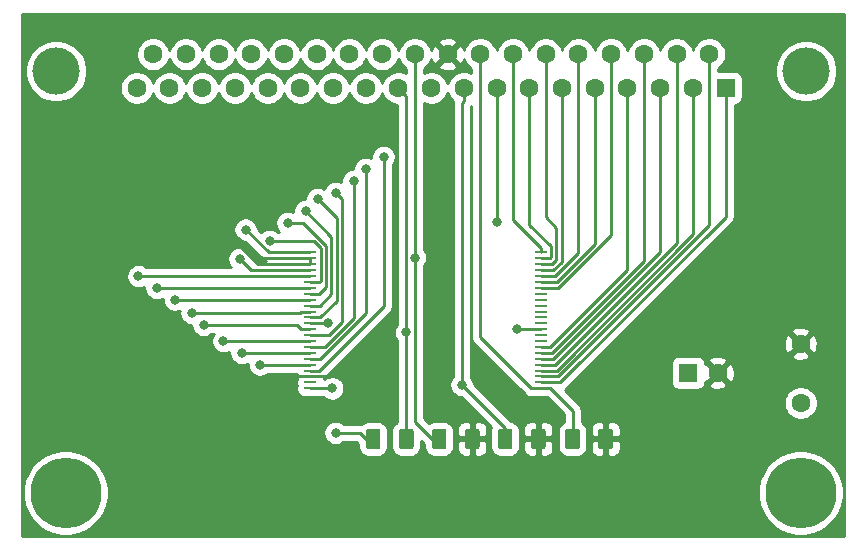
<source format=gbr>
G04 #@! TF.GenerationSoftware,KiCad,Pcbnew,5.1.5-52549c5~84~ubuntu18.04.1*
G04 #@! TF.CreationDate,2020-04-22T17:59:46-07:00*
G04 #@! TF.ProjectId,rom,726f6d2e-6b69-4636-9164-5f7063625858,rev?*
G04 #@! TF.SameCoordinates,Original*
G04 #@! TF.FileFunction,Copper,L1,Top*
G04 #@! TF.FilePolarity,Positive*
%FSLAX46Y46*%
G04 Gerber Fmt 4.6, Leading zero omitted, Abs format (unit mm)*
G04 Created by KiCad (PCBNEW 5.1.5-52549c5~84~ubuntu18.04.1) date 2020-04-22 17:59:46*
%MOMM*%
%LPD*%
G04 APERTURE LIST*
%ADD10C,4.000000*%
%ADD11C,1.600000*%
%ADD12R,1.600000X1.600000*%
%ADD13C,0.100000*%
%ADD14R,1.100000X0.250000*%
%ADD15C,6.000000*%
%ADD16C,0.800000*%
%ADD17C,0.250000*%
%ADD18C,0.254000*%
G04 APERTURE END LIST*
D10*
X128740000Y-45570000D03*
X192240000Y-45570000D03*
D11*
X136945000Y-44150000D03*
X139715000Y-44150000D03*
X142485000Y-44150000D03*
X145255000Y-44150000D03*
X148025000Y-44150000D03*
X150795000Y-44150000D03*
X153565000Y-44150000D03*
X156335000Y-44150000D03*
X159105000Y-44150000D03*
X161875000Y-44150000D03*
X164645000Y-44150000D03*
X167415000Y-44150000D03*
X170185000Y-44150000D03*
X172955000Y-44150000D03*
X175725000Y-44150000D03*
X178495000Y-44150000D03*
X181265000Y-44150000D03*
X184035000Y-44150000D03*
X135560000Y-46990000D03*
X138330000Y-46990000D03*
X141100000Y-46990000D03*
X143870000Y-46990000D03*
X146640000Y-46990000D03*
X149410000Y-46990000D03*
X152180000Y-46990000D03*
X154950000Y-46990000D03*
X157720000Y-46990000D03*
X160490000Y-46990000D03*
X163260000Y-46990000D03*
X166030000Y-46990000D03*
X168800000Y-46990000D03*
X171570000Y-46990000D03*
X174340000Y-46990000D03*
X177110000Y-46990000D03*
X179880000Y-46990000D03*
X182650000Y-46990000D03*
D12*
X185420000Y-46990000D03*
G04 #@! TA.AperFunction,SMDPad,CuDef*
D13*
G36*
X169947504Y-75834204D02*
G01*
X169971773Y-75837804D01*
X169995571Y-75843765D01*
X170018671Y-75852030D01*
X170040849Y-75862520D01*
X170061893Y-75875133D01*
X170081598Y-75889747D01*
X170099777Y-75906223D01*
X170116253Y-75924402D01*
X170130867Y-75944107D01*
X170143480Y-75965151D01*
X170153970Y-75987329D01*
X170162235Y-76010429D01*
X170168196Y-76034227D01*
X170171796Y-76058496D01*
X170173000Y-76083000D01*
X170173000Y-77333000D01*
X170171796Y-77357504D01*
X170168196Y-77381773D01*
X170162235Y-77405571D01*
X170153970Y-77428671D01*
X170143480Y-77450849D01*
X170130867Y-77471893D01*
X170116253Y-77491598D01*
X170099777Y-77509777D01*
X170081598Y-77526253D01*
X170061893Y-77540867D01*
X170040849Y-77553480D01*
X170018671Y-77563970D01*
X169995571Y-77572235D01*
X169971773Y-77578196D01*
X169947504Y-77581796D01*
X169923000Y-77583000D01*
X169173000Y-77583000D01*
X169148496Y-77581796D01*
X169124227Y-77578196D01*
X169100429Y-77572235D01*
X169077329Y-77563970D01*
X169055151Y-77553480D01*
X169034107Y-77540867D01*
X169014402Y-77526253D01*
X168996223Y-77509777D01*
X168979747Y-77491598D01*
X168965133Y-77471893D01*
X168952520Y-77450849D01*
X168942030Y-77428671D01*
X168933765Y-77405571D01*
X168927804Y-77381773D01*
X168924204Y-77357504D01*
X168923000Y-77333000D01*
X168923000Y-76083000D01*
X168924204Y-76058496D01*
X168927804Y-76034227D01*
X168933765Y-76010429D01*
X168942030Y-75987329D01*
X168952520Y-75965151D01*
X168965133Y-75944107D01*
X168979747Y-75924402D01*
X168996223Y-75906223D01*
X169014402Y-75889747D01*
X169034107Y-75875133D01*
X169055151Y-75862520D01*
X169077329Y-75852030D01*
X169100429Y-75843765D01*
X169124227Y-75837804D01*
X169148496Y-75834204D01*
X169173000Y-75833000D01*
X169923000Y-75833000D01*
X169947504Y-75834204D01*
G37*
G04 #@! TD.AperFunction*
G04 #@! TA.AperFunction,SMDPad,CuDef*
G36*
X167147504Y-75834204D02*
G01*
X167171773Y-75837804D01*
X167195571Y-75843765D01*
X167218671Y-75852030D01*
X167240849Y-75862520D01*
X167261893Y-75875133D01*
X167281598Y-75889747D01*
X167299777Y-75906223D01*
X167316253Y-75924402D01*
X167330867Y-75944107D01*
X167343480Y-75965151D01*
X167353970Y-75987329D01*
X167362235Y-76010429D01*
X167368196Y-76034227D01*
X167371796Y-76058496D01*
X167373000Y-76083000D01*
X167373000Y-77333000D01*
X167371796Y-77357504D01*
X167368196Y-77381773D01*
X167362235Y-77405571D01*
X167353970Y-77428671D01*
X167343480Y-77450849D01*
X167330867Y-77471893D01*
X167316253Y-77491598D01*
X167299777Y-77509777D01*
X167281598Y-77526253D01*
X167261893Y-77540867D01*
X167240849Y-77553480D01*
X167218671Y-77563970D01*
X167195571Y-77572235D01*
X167171773Y-77578196D01*
X167147504Y-77581796D01*
X167123000Y-77583000D01*
X166373000Y-77583000D01*
X166348496Y-77581796D01*
X166324227Y-77578196D01*
X166300429Y-77572235D01*
X166277329Y-77563970D01*
X166255151Y-77553480D01*
X166234107Y-77540867D01*
X166214402Y-77526253D01*
X166196223Y-77509777D01*
X166179747Y-77491598D01*
X166165133Y-77471893D01*
X166152520Y-77450849D01*
X166142030Y-77428671D01*
X166133765Y-77405571D01*
X166127804Y-77381773D01*
X166124204Y-77357504D01*
X166123000Y-77333000D01*
X166123000Y-76083000D01*
X166124204Y-76058496D01*
X166127804Y-76034227D01*
X166133765Y-76010429D01*
X166142030Y-75987329D01*
X166152520Y-75965151D01*
X166165133Y-75944107D01*
X166179747Y-75924402D01*
X166196223Y-75906223D01*
X166214402Y-75889747D01*
X166234107Y-75875133D01*
X166255151Y-75862520D01*
X166277329Y-75852030D01*
X166300429Y-75843765D01*
X166324227Y-75837804D01*
X166348496Y-75834204D01*
X166373000Y-75833000D01*
X167123000Y-75833000D01*
X167147504Y-75834204D01*
G37*
G04 #@! TD.AperFunction*
G04 #@! TA.AperFunction,SMDPad,CuDef*
G36*
X175659504Y-75834204D02*
G01*
X175683773Y-75837804D01*
X175707571Y-75843765D01*
X175730671Y-75852030D01*
X175752849Y-75862520D01*
X175773893Y-75875133D01*
X175793598Y-75889747D01*
X175811777Y-75906223D01*
X175828253Y-75924402D01*
X175842867Y-75944107D01*
X175855480Y-75965151D01*
X175865970Y-75987329D01*
X175874235Y-76010429D01*
X175880196Y-76034227D01*
X175883796Y-76058496D01*
X175885000Y-76083000D01*
X175885000Y-77333000D01*
X175883796Y-77357504D01*
X175880196Y-77381773D01*
X175874235Y-77405571D01*
X175865970Y-77428671D01*
X175855480Y-77450849D01*
X175842867Y-77471893D01*
X175828253Y-77491598D01*
X175811777Y-77509777D01*
X175793598Y-77526253D01*
X175773893Y-77540867D01*
X175752849Y-77553480D01*
X175730671Y-77563970D01*
X175707571Y-77572235D01*
X175683773Y-77578196D01*
X175659504Y-77581796D01*
X175635000Y-77583000D01*
X174885000Y-77583000D01*
X174860496Y-77581796D01*
X174836227Y-77578196D01*
X174812429Y-77572235D01*
X174789329Y-77563970D01*
X174767151Y-77553480D01*
X174746107Y-77540867D01*
X174726402Y-77526253D01*
X174708223Y-77509777D01*
X174691747Y-77491598D01*
X174677133Y-77471893D01*
X174664520Y-77450849D01*
X174654030Y-77428671D01*
X174645765Y-77405571D01*
X174639804Y-77381773D01*
X174636204Y-77357504D01*
X174635000Y-77333000D01*
X174635000Y-76083000D01*
X174636204Y-76058496D01*
X174639804Y-76034227D01*
X174645765Y-76010429D01*
X174654030Y-75987329D01*
X174664520Y-75965151D01*
X174677133Y-75944107D01*
X174691747Y-75924402D01*
X174708223Y-75906223D01*
X174726402Y-75889747D01*
X174746107Y-75875133D01*
X174767151Y-75862520D01*
X174789329Y-75852030D01*
X174812429Y-75843765D01*
X174836227Y-75837804D01*
X174860496Y-75834204D01*
X174885000Y-75833000D01*
X175635000Y-75833000D01*
X175659504Y-75834204D01*
G37*
G04 #@! TD.AperFunction*
G04 #@! TA.AperFunction,SMDPad,CuDef*
G36*
X172859504Y-75834204D02*
G01*
X172883773Y-75837804D01*
X172907571Y-75843765D01*
X172930671Y-75852030D01*
X172952849Y-75862520D01*
X172973893Y-75875133D01*
X172993598Y-75889747D01*
X173011777Y-75906223D01*
X173028253Y-75924402D01*
X173042867Y-75944107D01*
X173055480Y-75965151D01*
X173065970Y-75987329D01*
X173074235Y-76010429D01*
X173080196Y-76034227D01*
X173083796Y-76058496D01*
X173085000Y-76083000D01*
X173085000Y-77333000D01*
X173083796Y-77357504D01*
X173080196Y-77381773D01*
X173074235Y-77405571D01*
X173065970Y-77428671D01*
X173055480Y-77450849D01*
X173042867Y-77471893D01*
X173028253Y-77491598D01*
X173011777Y-77509777D01*
X172993598Y-77526253D01*
X172973893Y-77540867D01*
X172952849Y-77553480D01*
X172930671Y-77563970D01*
X172907571Y-77572235D01*
X172883773Y-77578196D01*
X172859504Y-77581796D01*
X172835000Y-77583000D01*
X172085000Y-77583000D01*
X172060496Y-77581796D01*
X172036227Y-77578196D01*
X172012429Y-77572235D01*
X171989329Y-77563970D01*
X171967151Y-77553480D01*
X171946107Y-77540867D01*
X171926402Y-77526253D01*
X171908223Y-77509777D01*
X171891747Y-77491598D01*
X171877133Y-77471893D01*
X171864520Y-77450849D01*
X171854030Y-77428671D01*
X171845765Y-77405571D01*
X171839804Y-77381773D01*
X171836204Y-77357504D01*
X171835000Y-77333000D01*
X171835000Y-76083000D01*
X171836204Y-76058496D01*
X171839804Y-76034227D01*
X171845765Y-76010429D01*
X171854030Y-75987329D01*
X171864520Y-75965151D01*
X171877133Y-75944107D01*
X171891747Y-75924402D01*
X171908223Y-75906223D01*
X171926402Y-75889747D01*
X171946107Y-75875133D01*
X171967151Y-75862520D01*
X171989329Y-75852030D01*
X172012429Y-75843765D01*
X172036227Y-75837804D01*
X172060496Y-75834204D01*
X172085000Y-75833000D01*
X172835000Y-75833000D01*
X172859504Y-75834204D01*
G37*
G04 #@! TD.AperFunction*
D14*
X150270000Y-72425000D03*
X150270000Y-71925000D03*
X150270000Y-71425000D03*
X150270000Y-70925000D03*
X150270000Y-70425000D03*
X150270000Y-69925000D03*
X150270000Y-69425000D03*
X150270000Y-68925000D03*
X150270000Y-68425000D03*
X150270000Y-67925000D03*
X150270000Y-67425000D03*
X150270000Y-66925000D03*
X150270000Y-66425000D03*
X150270000Y-65925000D03*
X150270000Y-65425000D03*
X150270000Y-64925000D03*
X150270000Y-64425000D03*
X150270000Y-63925000D03*
X150270000Y-63425000D03*
X150270000Y-62925000D03*
X150270000Y-62425000D03*
X150270000Y-61925000D03*
X150270000Y-61425000D03*
X169770000Y-60925000D03*
X169770000Y-61425000D03*
X169770000Y-61925000D03*
X169770000Y-62425000D03*
X169770000Y-62925000D03*
X169770000Y-63425000D03*
X169770000Y-63925000D03*
X169770000Y-64425000D03*
X169770000Y-64925000D03*
X169770000Y-65425000D03*
X169770000Y-65925000D03*
X169770000Y-66425000D03*
X169770000Y-66925000D03*
X169770000Y-67425000D03*
X169770000Y-67925000D03*
X169770000Y-68425000D03*
X169770000Y-68925000D03*
X169770000Y-69425000D03*
X169770000Y-69925000D03*
X169770000Y-70425000D03*
X169770000Y-70925000D03*
X169770000Y-71425000D03*
X169770000Y-71925000D03*
X150270000Y-60925000D03*
X169770000Y-72425000D03*
G04 #@! TA.AperFunction,SMDPad,CuDef*
D13*
G36*
X164359504Y-75834204D02*
G01*
X164383773Y-75837804D01*
X164407571Y-75843765D01*
X164430671Y-75852030D01*
X164452849Y-75862520D01*
X164473893Y-75875133D01*
X164493598Y-75889747D01*
X164511777Y-75906223D01*
X164528253Y-75924402D01*
X164542867Y-75944107D01*
X164555480Y-75965151D01*
X164565970Y-75987329D01*
X164574235Y-76010429D01*
X164580196Y-76034227D01*
X164583796Y-76058496D01*
X164585000Y-76083000D01*
X164585000Y-77333000D01*
X164583796Y-77357504D01*
X164580196Y-77381773D01*
X164574235Y-77405571D01*
X164565970Y-77428671D01*
X164555480Y-77450849D01*
X164542867Y-77471893D01*
X164528253Y-77491598D01*
X164511777Y-77509777D01*
X164493598Y-77526253D01*
X164473893Y-77540867D01*
X164452849Y-77553480D01*
X164430671Y-77563970D01*
X164407571Y-77572235D01*
X164383773Y-77578196D01*
X164359504Y-77581796D01*
X164335000Y-77583000D01*
X163585000Y-77583000D01*
X163560496Y-77581796D01*
X163536227Y-77578196D01*
X163512429Y-77572235D01*
X163489329Y-77563970D01*
X163467151Y-77553480D01*
X163446107Y-77540867D01*
X163426402Y-77526253D01*
X163408223Y-77509777D01*
X163391747Y-77491598D01*
X163377133Y-77471893D01*
X163364520Y-77450849D01*
X163354030Y-77428671D01*
X163345765Y-77405571D01*
X163339804Y-77381773D01*
X163336204Y-77357504D01*
X163335000Y-77333000D01*
X163335000Y-76083000D01*
X163336204Y-76058496D01*
X163339804Y-76034227D01*
X163345765Y-76010429D01*
X163354030Y-75987329D01*
X163364520Y-75965151D01*
X163377133Y-75944107D01*
X163391747Y-75924402D01*
X163408223Y-75906223D01*
X163426402Y-75889747D01*
X163446107Y-75875133D01*
X163467151Y-75862520D01*
X163489329Y-75852030D01*
X163512429Y-75843765D01*
X163536227Y-75837804D01*
X163560496Y-75834204D01*
X163585000Y-75833000D01*
X164335000Y-75833000D01*
X164359504Y-75834204D01*
G37*
G04 #@! TD.AperFunction*
G04 #@! TA.AperFunction,SMDPad,CuDef*
G36*
X161559504Y-75834204D02*
G01*
X161583773Y-75837804D01*
X161607571Y-75843765D01*
X161630671Y-75852030D01*
X161652849Y-75862520D01*
X161673893Y-75875133D01*
X161693598Y-75889747D01*
X161711777Y-75906223D01*
X161728253Y-75924402D01*
X161742867Y-75944107D01*
X161755480Y-75965151D01*
X161765970Y-75987329D01*
X161774235Y-76010429D01*
X161780196Y-76034227D01*
X161783796Y-76058496D01*
X161785000Y-76083000D01*
X161785000Y-77333000D01*
X161783796Y-77357504D01*
X161780196Y-77381773D01*
X161774235Y-77405571D01*
X161765970Y-77428671D01*
X161755480Y-77450849D01*
X161742867Y-77471893D01*
X161728253Y-77491598D01*
X161711777Y-77509777D01*
X161693598Y-77526253D01*
X161673893Y-77540867D01*
X161652849Y-77553480D01*
X161630671Y-77563970D01*
X161607571Y-77572235D01*
X161583773Y-77578196D01*
X161559504Y-77581796D01*
X161535000Y-77583000D01*
X160785000Y-77583000D01*
X160760496Y-77581796D01*
X160736227Y-77578196D01*
X160712429Y-77572235D01*
X160689329Y-77563970D01*
X160667151Y-77553480D01*
X160646107Y-77540867D01*
X160626402Y-77526253D01*
X160608223Y-77509777D01*
X160591747Y-77491598D01*
X160577133Y-77471893D01*
X160564520Y-77450849D01*
X160554030Y-77428671D01*
X160545765Y-77405571D01*
X160539804Y-77381773D01*
X160536204Y-77357504D01*
X160535000Y-77333000D01*
X160535000Y-76083000D01*
X160536204Y-76058496D01*
X160539804Y-76034227D01*
X160545765Y-76010429D01*
X160554030Y-75987329D01*
X160564520Y-75965151D01*
X160577133Y-75944107D01*
X160591747Y-75924402D01*
X160608223Y-75906223D01*
X160626402Y-75889747D01*
X160646107Y-75875133D01*
X160667151Y-75862520D01*
X160689329Y-75852030D01*
X160712429Y-75843765D01*
X160736227Y-75837804D01*
X160760496Y-75834204D01*
X160785000Y-75833000D01*
X161535000Y-75833000D01*
X161559504Y-75834204D01*
G37*
G04 #@! TD.AperFunction*
G04 #@! TA.AperFunction,SMDPad,CuDef*
G36*
X158771504Y-75834204D02*
G01*
X158795773Y-75837804D01*
X158819571Y-75843765D01*
X158842671Y-75852030D01*
X158864849Y-75862520D01*
X158885893Y-75875133D01*
X158905598Y-75889747D01*
X158923777Y-75906223D01*
X158940253Y-75924402D01*
X158954867Y-75944107D01*
X158967480Y-75965151D01*
X158977970Y-75987329D01*
X158986235Y-76010429D01*
X158992196Y-76034227D01*
X158995796Y-76058496D01*
X158997000Y-76083000D01*
X158997000Y-77333000D01*
X158995796Y-77357504D01*
X158992196Y-77381773D01*
X158986235Y-77405571D01*
X158977970Y-77428671D01*
X158967480Y-77450849D01*
X158954867Y-77471893D01*
X158940253Y-77491598D01*
X158923777Y-77509777D01*
X158905598Y-77526253D01*
X158885893Y-77540867D01*
X158864849Y-77553480D01*
X158842671Y-77563970D01*
X158819571Y-77572235D01*
X158795773Y-77578196D01*
X158771504Y-77581796D01*
X158747000Y-77583000D01*
X157997000Y-77583000D01*
X157972496Y-77581796D01*
X157948227Y-77578196D01*
X157924429Y-77572235D01*
X157901329Y-77563970D01*
X157879151Y-77553480D01*
X157858107Y-77540867D01*
X157838402Y-77526253D01*
X157820223Y-77509777D01*
X157803747Y-77491598D01*
X157789133Y-77471893D01*
X157776520Y-77450849D01*
X157766030Y-77428671D01*
X157757765Y-77405571D01*
X157751804Y-77381773D01*
X157748204Y-77357504D01*
X157747000Y-77333000D01*
X157747000Y-76083000D01*
X157748204Y-76058496D01*
X157751804Y-76034227D01*
X157757765Y-76010429D01*
X157766030Y-75987329D01*
X157776520Y-75965151D01*
X157789133Y-75944107D01*
X157803747Y-75924402D01*
X157820223Y-75906223D01*
X157838402Y-75889747D01*
X157858107Y-75875133D01*
X157879151Y-75862520D01*
X157901329Y-75852030D01*
X157924429Y-75843765D01*
X157948227Y-75837804D01*
X157972496Y-75834204D01*
X157997000Y-75833000D01*
X158747000Y-75833000D01*
X158771504Y-75834204D01*
G37*
G04 #@! TD.AperFunction*
G04 #@! TA.AperFunction,SMDPad,CuDef*
G36*
X155971504Y-75834204D02*
G01*
X155995773Y-75837804D01*
X156019571Y-75843765D01*
X156042671Y-75852030D01*
X156064849Y-75862520D01*
X156085893Y-75875133D01*
X156105598Y-75889747D01*
X156123777Y-75906223D01*
X156140253Y-75924402D01*
X156154867Y-75944107D01*
X156167480Y-75965151D01*
X156177970Y-75987329D01*
X156186235Y-76010429D01*
X156192196Y-76034227D01*
X156195796Y-76058496D01*
X156197000Y-76083000D01*
X156197000Y-77333000D01*
X156195796Y-77357504D01*
X156192196Y-77381773D01*
X156186235Y-77405571D01*
X156177970Y-77428671D01*
X156167480Y-77450849D01*
X156154867Y-77471893D01*
X156140253Y-77491598D01*
X156123777Y-77509777D01*
X156105598Y-77526253D01*
X156085893Y-77540867D01*
X156064849Y-77553480D01*
X156042671Y-77563970D01*
X156019571Y-77572235D01*
X155995773Y-77578196D01*
X155971504Y-77581796D01*
X155947000Y-77583000D01*
X155197000Y-77583000D01*
X155172496Y-77581796D01*
X155148227Y-77578196D01*
X155124429Y-77572235D01*
X155101329Y-77563970D01*
X155079151Y-77553480D01*
X155058107Y-77540867D01*
X155038402Y-77526253D01*
X155020223Y-77509777D01*
X155003747Y-77491598D01*
X154989133Y-77471893D01*
X154976520Y-77450849D01*
X154966030Y-77428671D01*
X154957765Y-77405571D01*
X154951804Y-77381773D01*
X154948204Y-77357504D01*
X154947000Y-77333000D01*
X154947000Y-76083000D01*
X154948204Y-76058496D01*
X154951804Y-76034227D01*
X154957765Y-76010429D01*
X154966030Y-75987329D01*
X154976520Y-75965151D01*
X154989133Y-75944107D01*
X155003747Y-75924402D01*
X155020223Y-75906223D01*
X155038402Y-75889747D01*
X155058107Y-75875133D01*
X155079151Y-75862520D01*
X155101329Y-75852030D01*
X155124429Y-75843765D01*
X155148227Y-75837804D01*
X155172496Y-75834204D01*
X155197000Y-75833000D01*
X155947000Y-75833000D01*
X155971504Y-75834204D01*
G37*
G04 #@! TD.AperFunction*
D11*
X191770000Y-68660000D03*
X191770000Y-73660000D03*
X184745000Y-71120000D03*
D12*
X182245000Y-71120000D03*
D15*
X191770000Y-81280000D03*
X129540000Y-81280000D03*
D16*
X151761000Y-66925000D03*
X152400000Y-76200000D03*
X137243000Y-63925000D03*
X140208000Y-66040000D03*
X142903000Y-68425000D03*
X145983000Y-70425000D03*
X148336000Y-58420000D03*
X150876000Y-56388000D03*
X153924000Y-54864000D03*
X156464000Y-52832000D03*
X144272000Y-61468000D03*
X159105000Y-61367000D03*
X135703000Y-62925000D03*
X138783000Y-64925000D03*
X141224000Y-67056000D03*
X144443000Y-69425000D03*
X146812000Y-59944000D03*
X149860000Y-57404000D03*
X152400000Y-55880000D03*
X154940000Y-53848000D03*
X167779000Y-67425000D03*
X158372000Y-67688000D03*
X163068000Y-72136000D03*
X152111000Y-72425000D03*
X144780000Y-58985002D03*
X166030000Y-58334000D03*
D17*
X150270000Y-71425000D02*
X148285000Y-71425000D01*
X150270000Y-61925000D02*
X150270000Y-61425000D01*
X145802002Y-61925000D02*
X144202002Y-60325000D01*
X150270000Y-61925000D02*
X145802002Y-61925000D01*
X144202002Y-60325000D02*
X143510000Y-60325000D01*
X150270000Y-61425000D02*
X145880000Y-61425000D01*
X145880000Y-61425000D02*
X144145000Y-59690000D01*
X150270000Y-71425000D02*
X152095000Y-71425000D01*
X152095000Y-71425000D02*
X152400000Y-71120000D01*
X150270000Y-66925000D02*
X151761000Y-66925000D01*
X151761000Y-66925000D02*
X151761000Y-66925000D01*
X154947000Y-76708000D02*
X154439000Y-76200000D01*
X155572000Y-76708000D02*
X154947000Y-76708000D01*
X154439000Y-76200000D02*
X152400000Y-76200000D01*
X152400000Y-76200000D02*
X152400000Y-76200000D01*
X150270000Y-63925000D02*
X137243000Y-63925000D01*
X137243000Y-63925000D02*
X137243000Y-63925000D01*
X149470000Y-65925000D02*
X149355000Y-66040000D01*
X150270000Y-65925000D02*
X149470000Y-65925000D01*
X149355000Y-66040000D02*
X140208000Y-66040000D01*
X140208000Y-66040000D02*
X140208000Y-66040000D01*
X150270000Y-68425000D02*
X142903000Y-68425000D01*
X142903000Y-68425000D02*
X142903000Y-68425000D01*
X150270000Y-70425000D02*
X145983000Y-70425000D01*
X145983000Y-70425000D02*
X145983000Y-70425000D01*
X151595010Y-60353598D02*
X149661412Y-58420000D01*
X151595011Y-63859991D02*
X151595010Y-60353598D01*
X150270000Y-64425000D02*
X151030002Y-64425000D01*
X151030002Y-64425000D02*
X151595011Y-63859991D01*
X149661412Y-58420000D02*
X148336000Y-58420000D01*
X148336000Y-58420000D02*
X148336000Y-58420000D01*
X152495029Y-64999971D02*
X152495029Y-58007029D01*
X150270000Y-66425000D02*
X151070000Y-66425000D01*
X151070000Y-66425000D02*
X152495029Y-64999971D01*
X152495029Y-58007029D02*
X150876000Y-56388000D01*
X150876000Y-56388000D02*
X150876000Y-56388000D01*
X151470412Y-68925000D02*
X153924000Y-66471412D01*
X150270000Y-68925000D02*
X151470412Y-68925000D01*
X153924000Y-66471412D02*
X153924000Y-54864000D01*
X153924000Y-54864000D02*
X153924000Y-54864000D01*
X151030002Y-70925000D02*
X156464000Y-65491002D01*
X150270000Y-70925000D02*
X151030002Y-70925000D01*
X156464000Y-65491002D02*
X156464000Y-52832000D01*
X156464000Y-52832000D02*
X156464000Y-52832000D01*
X159105000Y-45281370D02*
X159105000Y-44150000D01*
X159105000Y-75278000D02*
X159105000Y-62383000D01*
X160535000Y-76708000D02*
X159105000Y-75278000D01*
X161160000Y-76708000D02*
X160535000Y-76708000D01*
X159105000Y-62383000D02*
X159105000Y-61367000D01*
X159105000Y-61367000D02*
X159105000Y-45281370D01*
X145229000Y-62425000D02*
X144272000Y-61468000D01*
X150270000Y-62425000D02*
X145229000Y-62425000D01*
X164645000Y-45281370D02*
X164645000Y-44150000D01*
X168970000Y-72425000D02*
X164645000Y-68100000D01*
X164645000Y-68100000D02*
X164645000Y-45281370D01*
X169770000Y-72425000D02*
X168970000Y-72425000D01*
X170570000Y-72425000D02*
X169770000Y-72425000D01*
X172460000Y-74315000D02*
X170570000Y-72425000D01*
X172460000Y-76708000D02*
X172460000Y-74315000D01*
X167415000Y-45281370D02*
X167415000Y-44150000D01*
X167415000Y-58195000D02*
X167415000Y-45281370D01*
X169770000Y-60550000D02*
X167415000Y-58195000D01*
X169770000Y-60925000D02*
X169770000Y-60550000D01*
X171095010Y-61536400D02*
X171095010Y-58827010D01*
X169770000Y-61925000D02*
X170706410Y-61925000D01*
X170706410Y-61925000D02*
X171095010Y-61536400D01*
X170185000Y-57917000D02*
X170185000Y-44150000D01*
X171095010Y-58827010D02*
X170185000Y-57917000D01*
X172955000Y-60949230D02*
X172955000Y-45281370D01*
X172955000Y-45281370D02*
X172955000Y-44150000D01*
X170979230Y-62925000D02*
X172955000Y-60949230D01*
X169770000Y-62925000D02*
X170979230Y-62925000D01*
X175725000Y-45281370D02*
X175725000Y-44150000D01*
X175725000Y-59452050D02*
X175725000Y-45281370D01*
X171252050Y-63925000D02*
X175725000Y-59452050D01*
X169770000Y-63925000D02*
X171252050Y-63925000D01*
X178495000Y-45281370D02*
X178495000Y-44150000D01*
X178495000Y-61636410D02*
X178495000Y-45281370D01*
X170706410Y-69425000D02*
X178495000Y-61636410D01*
X169770000Y-69425000D02*
X170706410Y-69425000D01*
X181265000Y-45281370D02*
X181265000Y-44150000D01*
X170979230Y-70425000D02*
X181265000Y-60139230D01*
X181265000Y-60139230D02*
X181265000Y-45281370D01*
X169770000Y-70425000D02*
X170979230Y-70425000D01*
X184035000Y-45281370D02*
X184035000Y-44150000D01*
X184035000Y-58642050D02*
X184035000Y-45281370D01*
X171252050Y-71425000D02*
X184035000Y-58642050D01*
X169770000Y-71425000D02*
X171252050Y-71425000D01*
X150270000Y-62925000D02*
X135703000Y-62925000D01*
X135703000Y-62925000D02*
X135703000Y-62925000D01*
X150270000Y-64925000D02*
X138783000Y-64925000D01*
X138783000Y-64925000D02*
X138783000Y-64925000D01*
X149470000Y-67425000D02*
X149101000Y-67056000D01*
X150270000Y-67425000D02*
X149470000Y-67425000D01*
X149101000Y-67056000D02*
X141224000Y-67056000D01*
X141224000Y-67056000D02*
X141224000Y-67056000D01*
X150270000Y-69425000D02*
X144443000Y-69425000D01*
X144443000Y-69425000D02*
X144443000Y-69425000D01*
X151145001Y-60539999D02*
X150549002Y-59944000D01*
X151145001Y-63310001D02*
X151145001Y-60539999D01*
X150270000Y-63425000D02*
X151030002Y-63425000D01*
X151030002Y-63425000D02*
X151145001Y-63310001D01*
X150549002Y-59944000D02*
X146812000Y-59944000D01*
X146812000Y-59944000D02*
X146812000Y-59944000D01*
X152045019Y-64449981D02*
X152045019Y-59589019D01*
X150270000Y-65425000D02*
X151070000Y-65425000D01*
X151070000Y-65425000D02*
X152045019Y-64449981D01*
X152045019Y-59589019D02*
X149860000Y-57404000D01*
X149860000Y-57404000D02*
X149860000Y-57404000D01*
X152945039Y-66813963D02*
X152945039Y-56425039D01*
X150270000Y-67925000D02*
X151834002Y-67925000D01*
X151834002Y-67925000D02*
X152945039Y-66813963D01*
X152945039Y-56425039D02*
X152400000Y-55880000D01*
X152400000Y-55880000D02*
X152400000Y-55880000D01*
X151106822Y-69925000D02*
X154940000Y-66091822D01*
X150270000Y-69925000D02*
X151106822Y-69925000D01*
X154940000Y-66091822D02*
X154940000Y-53848000D01*
X154940000Y-53848000D02*
X154940000Y-53848000D01*
X158372000Y-47642000D02*
X157720000Y-46990000D01*
X158372000Y-76708000D02*
X158372000Y-67688000D01*
X169770000Y-67425000D02*
X167779000Y-67425000D01*
X167779000Y-67425000D02*
X167779000Y-67425000D01*
X158372000Y-67688000D02*
X158372000Y-47642000D01*
X163260000Y-48121370D02*
X163068000Y-48313370D01*
X163260000Y-46990000D02*
X163260000Y-48121370D01*
X163068000Y-48313370D02*
X163068000Y-72136000D01*
X163068000Y-72136000D02*
X163068000Y-72136000D01*
X150270000Y-72425000D02*
X152111000Y-72425000D01*
X152111000Y-72425000D02*
X152181000Y-72425000D01*
X166748000Y-75816000D02*
X163068000Y-72136000D01*
X166748000Y-76708000D02*
X166748000Y-75816000D01*
X146719998Y-60925000D02*
X144780000Y-58985002D01*
X150270000Y-60925000D02*
X146719998Y-60925000D01*
X144780000Y-58985002D02*
X144780000Y-58985002D01*
X166030000Y-46990000D02*
X166030000Y-58334000D01*
X166030000Y-58334000D02*
X166030000Y-58334000D01*
X170645001Y-61349999D02*
X170645001Y-60409001D01*
X169770000Y-61425000D02*
X170570000Y-61425000D01*
X170570000Y-61425000D02*
X170645001Y-61349999D01*
X168800000Y-58564000D02*
X168800000Y-46990000D01*
X170645001Y-60409001D02*
X168800000Y-58564000D01*
X171570000Y-48121370D02*
X171570000Y-46990000D01*
X171570000Y-61697820D02*
X171570000Y-48121370D01*
X170842820Y-62425000D02*
X171570000Y-61697820D01*
X169770000Y-62425000D02*
X170842820Y-62425000D01*
X174340000Y-48121370D02*
X174340000Y-46990000D01*
X171115640Y-63425000D02*
X174340000Y-60200640D01*
X174340000Y-60200640D02*
X174340000Y-48121370D01*
X169770000Y-63425000D02*
X171115640Y-63425000D01*
X177110000Y-48121370D02*
X177110000Y-46990000D01*
X170570000Y-68925000D02*
X177110000Y-62385000D01*
X177110000Y-62385000D02*
X177110000Y-48121370D01*
X169770000Y-68925000D02*
X170570000Y-68925000D01*
X179880000Y-48121370D02*
X179880000Y-46990000D01*
X170842820Y-69925000D02*
X179880000Y-60887820D01*
X179880000Y-60887820D02*
X179880000Y-48121370D01*
X169770000Y-69925000D02*
X170842820Y-69925000D01*
X182650000Y-48121370D02*
X182650000Y-46990000D01*
X182650000Y-59390640D02*
X182650000Y-48121370D01*
X171115640Y-70925000D02*
X182650000Y-59390640D01*
X169770000Y-70925000D02*
X171115640Y-70925000D01*
X185420000Y-48040000D02*
X185420000Y-46990000D01*
X185420000Y-57893460D02*
X185420000Y-48040000D01*
X171388460Y-71925000D02*
X185420000Y-57893460D01*
X169770000Y-71925000D02*
X171388460Y-71925000D01*
D18*
G36*
X195453000Y-84963000D02*
G01*
X125857000Y-84963000D01*
X125857000Y-80921984D01*
X125905000Y-80921984D01*
X125905000Y-81638016D01*
X126044691Y-82340290D01*
X126318705Y-83001818D01*
X126716511Y-83597177D01*
X127222823Y-84103489D01*
X127818182Y-84501295D01*
X128479710Y-84775309D01*
X129181984Y-84915000D01*
X129898016Y-84915000D01*
X130600290Y-84775309D01*
X131261818Y-84501295D01*
X131857177Y-84103489D01*
X132363489Y-83597177D01*
X132761295Y-83001818D01*
X133035309Y-82340290D01*
X133175000Y-81638016D01*
X133175000Y-80921984D01*
X188135000Y-80921984D01*
X188135000Y-81638016D01*
X188274691Y-82340290D01*
X188548705Y-83001818D01*
X188946511Y-83597177D01*
X189452823Y-84103489D01*
X190048182Y-84501295D01*
X190709710Y-84775309D01*
X191411984Y-84915000D01*
X192128016Y-84915000D01*
X192830290Y-84775309D01*
X193491818Y-84501295D01*
X194087177Y-84103489D01*
X194593489Y-83597177D01*
X194991295Y-83001818D01*
X195265309Y-82340290D01*
X195405000Y-81638016D01*
X195405000Y-80921984D01*
X195265309Y-80219710D01*
X194991295Y-79558182D01*
X194593489Y-78962823D01*
X194087177Y-78456511D01*
X193491818Y-78058705D01*
X192830290Y-77784691D01*
X192128016Y-77645000D01*
X191411984Y-77645000D01*
X190709710Y-77784691D01*
X190048182Y-78058705D01*
X189452823Y-78456511D01*
X188946511Y-78962823D01*
X188548705Y-79558182D01*
X188274691Y-80219710D01*
X188135000Y-80921984D01*
X133175000Y-80921984D01*
X133035309Y-80219710D01*
X132761295Y-79558182D01*
X132363489Y-78962823D01*
X131857177Y-78456511D01*
X131261818Y-78058705D01*
X130600290Y-77784691D01*
X129898016Y-77645000D01*
X129181984Y-77645000D01*
X128479710Y-77784691D01*
X127818182Y-78058705D01*
X127222823Y-78456511D01*
X126716511Y-78962823D01*
X126318705Y-79558182D01*
X126044691Y-80219710D01*
X125905000Y-80921984D01*
X125857000Y-80921984D01*
X125857000Y-76098061D01*
X151365000Y-76098061D01*
X151365000Y-76301939D01*
X151404774Y-76501898D01*
X151482795Y-76690256D01*
X151596063Y-76859774D01*
X151740226Y-77003937D01*
X151909744Y-77117205D01*
X152098102Y-77195226D01*
X152298061Y-77235000D01*
X152501939Y-77235000D01*
X152701898Y-77195226D01*
X152890256Y-77117205D01*
X153059774Y-77003937D01*
X153103711Y-76960000D01*
X154124199Y-76960000D01*
X154308928Y-77144730D01*
X154308928Y-77333000D01*
X154325992Y-77506254D01*
X154376528Y-77672850D01*
X154458595Y-77826386D01*
X154569038Y-77960962D01*
X154703614Y-78071405D01*
X154857150Y-78153472D01*
X155023746Y-78204008D01*
X155197000Y-78221072D01*
X155947000Y-78221072D01*
X156120254Y-78204008D01*
X156286850Y-78153472D01*
X156440386Y-78071405D01*
X156574962Y-77960962D01*
X156685405Y-77826386D01*
X156767472Y-77672850D01*
X156818008Y-77506254D01*
X156835072Y-77333000D01*
X156835072Y-76083000D01*
X156818008Y-75909746D01*
X156767472Y-75743150D01*
X156685405Y-75589614D01*
X156574962Y-75455038D01*
X156440386Y-75344595D01*
X156286850Y-75262528D01*
X156120254Y-75211992D01*
X155947000Y-75194928D01*
X155197000Y-75194928D01*
X155023746Y-75211992D01*
X154857150Y-75262528D01*
X154703614Y-75344595D01*
X154575465Y-75449764D01*
X154476333Y-75440000D01*
X154476322Y-75440000D01*
X154439000Y-75436324D01*
X154401678Y-75440000D01*
X153103711Y-75440000D01*
X153059774Y-75396063D01*
X152890256Y-75282795D01*
X152701898Y-75204774D01*
X152501939Y-75165000D01*
X152298061Y-75165000D01*
X152098102Y-75204774D01*
X151909744Y-75282795D01*
X151740226Y-75396063D01*
X151596063Y-75540226D01*
X151482795Y-75709744D01*
X151404774Y-75898102D01*
X151365000Y-76098061D01*
X125857000Y-76098061D01*
X125857000Y-62823061D01*
X134668000Y-62823061D01*
X134668000Y-63026939D01*
X134707774Y-63226898D01*
X134785795Y-63415256D01*
X134899063Y-63584774D01*
X135043226Y-63728937D01*
X135212744Y-63842205D01*
X135401102Y-63920226D01*
X135601061Y-63960000D01*
X135804939Y-63960000D01*
X136004898Y-63920226D01*
X136193256Y-63842205D01*
X136208000Y-63832353D01*
X136208000Y-64026939D01*
X136247774Y-64226898D01*
X136325795Y-64415256D01*
X136439063Y-64584774D01*
X136583226Y-64728937D01*
X136752744Y-64842205D01*
X136941102Y-64920226D01*
X137141061Y-64960000D01*
X137344939Y-64960000D01*
X137544898Y-64920226D01*
X137733256Y-64842205D01*
X137748000Y-64832353D01*
X137748000Y-65026939D01*
X137787774Y-65226898D01*
X137865795Y-65415256D01*
X137979063Y-65584774D01*
X138123226Y-65728937D01*
X138292744Y-65842205D01*
X138481102Y-65920226D01*
X138681061Y-65960000D01*
X138884939Y-65960000D01*
X139084898Y-65920226D01*
X139184777Y-65878855D01*
X139173000Y-65938061D01*
X139173000Y-66141939D01*
X139212774Y-66341898D01*
X139290795Y-66530256D01*
X139404063Y-66699774D01*
X139548226Y-66843937D01*
X139717744Y-66957205D01*
X139906102Y-67035226D01*
X140106061Y-67075000D01*
X140189000Y-67075000D01*
X140189000Y-67157939D01*
X140228774Y-67357898D01*
X140306795Y-67546256D01*
X140420063Y-67715774D01*
X140564226Y-67859937D01*
X140733744Y-67973205D01*
X140922102Y-68051226D01*
X141122061Y-68091000D01*
X141325939Y-68091000D01*
X141525898Y-68051226D01*
X141714256Y-67973205D01*
X141883774Y-67859937D01*
X141927711Y-67816000D01*
X142065137Y-67816000D01*
X141985795Y-67934744D01*
X141907774Y-68123102D01*
X141868000Y-68323061D01*
X141868000Y-68526939D01*
X141907774Y-68726898D01*
X141985795Y-68915256D01*
X142099063Y-69084774D01*
X142243226Y-69228937D01*
X142412744Y-69342205D01*
X142601102Y-69420226D01*
X142801061Y-69460000D01*
X143004939Y-69460000D01*
X143204898Y-69420226D01*
X143393256Y-69342205D01*
X143408000Y-69332353D01*
X143408000Y-69526939D01*
X143447774Y-69726898D01*
X143525795Y-69915256D01*
X143639063Y-70084774D01*
X143783226Y-70228937D01*
X143952744Y-70342205D01*
X144141102Y-70420226D01*
X144341061Y-70460000D01*
X144544939Y-70460000D01*
X144744898Y-70420226D01*
X144933256Y-70342205D01*
X144948000Y-70332353D01*
X144948000Y-70526939D01*
X144987774Y-70726898D01*
X145065795Y-70915256D01*
X145179063Y-71084774D01*
X145323226Y-71228937D01*
X145492744Y-71342205D01*
X145681102Y-71420226D01*
X145881061Y-71460000D01*
X146084939Y-71460000D01*
X146284898Y-71420226D01*
X146473256Y-71342205D01*
X146642774Y-71228937D01*
X146686711Y-71185000D01*
X149094262Y-71185000D01*
X149085000Y-71266250D01*
X149150672Y-71331922D01*
X149189463Y-71404494D01*
X149206292Y-71425000D01*
X149189463Y-71445506D01*
X149150672Y-71518078D01*
X149085000Y-71583750D01*
X149095114Y-71672467D01*
X149094188Y-71675518D01*
X149081928Y-71800000D01*
X149081928Y-72050000D01*
X149094188Y-72174482D01*
X149094345Y-72175000D01*
X149094188Y-72175518D01*
X149081928Y-72300000D01*
X149081928Y-72550000D01*
X149094188Y-72674482D01*
X149130498Y-72794180D01*
X149189463Y-72904494D01*
X149268815Y-73001185D01*
X149365506Y-73080537D01*
X149475820Y-73139502D01*
X149595518Y-73175812D01*
X149720000Y-73188072D01*
X150820000Y-73188072D01*
X150851192Y-73185000D01*
X151407289Y-73185000D01*
X151451226Y-73228937D01*
X151620744Y-73342205D01*
X151809102Y-73420226D01*
X152009061Y-73460000D01*
X152212939Y-73460000D01*
X152412898Y-73420226D01*
X152601256Y-73342205D01*
X152770774Y-73228937D01*
X152914937Y-73084774D01*
X153028205Y-72915256D01*
X153106226Y-72726898D01*
X153146000Y-72526939D01*
X153146000Y-72323061D01*
X153106226Y-72123102D01*
X153028205Y-71934744D01*
X152914937Y-71765226D01*
X152770774Y-71621063D01*
X152601256Y-71507795D01*
X152412898Y-71429774D01*
X152212939Y-71390000D01*
X152009061Y-71390000D01*
X151809102Y-71429774D01*
X151620744Y-71507795D01*
X151451226Y-71621063D01*
X151450685Y-71621604D01*
X151455000Y-71583750D01*
X151439254Y-71568004D01*
X151454278Y-71559974D01*
X151570003Y-71465001D01*
X151593806Y-71435997D01*
X156975004Y-66054800D01*
X157004001Y-66031003D01*
X157098974Y-65915278D01*
X157169546Y-65783249D01*
X157213003Y-65639988D01*
X157224000Y-65528335D01*
X157224000Y-65528327D01*
X157227676Y-65491002D01*
X157224000Y-65453677D01*
X157224000Y-53535711D01*
X157267937Y-53491774D01*
X157381205Y-53322256D01*
X157459226Y-53133898D01*
X157499000Y-52933939D01*
X157499000Y-52730061D01*
X157459226Y-52530102D01*
X157381205Y-52341744D01*
X157267937Y-52172226D01*
X157123774Y-52028063D01*
X156954256Y-51914795D01*
X156765898Y-51836774D01*
X156565939Y-51797000D01*
X156362061Y-51797000D01*
X156162102Y-51836774D01*
X155973744Y-51914795D01*
X155804226Y-52028063D01*
X155660063Y-52172226D01*
X155546795Y-52341744D01*
X155468774Y-52530102D01*
X155429000Y-52730061D01*
X155429000Y-52930275D01*
X155241898Y-52852774D01*
X155041939Y-52813000D01*
X154838061Y-52813000D01*
X154638102Y-52852774D01*
X154449744Y-52930795D01*
X154280226Y-53044063D01*
X154136063Y-53188226D01*
X154022795Y-53357744D01*
X153944774Y-53546102D01*
X153905000Y-53746061D01*
X153905000Y-53829000D01*
X153822061Y-53829000D01*
X153622102Y-53868774D01*
X153433744Y-53946795D01*
X153264226Y-54060063D01*
X153120063Y-54204226D01*
X153006795Y-54373744D01*
X152928774Y-54562102D01*
X152889000Y-54762061D01*
X152889000Y-54962275D01*
X152701898Y-54884774D01*
X152501939Y-54845000D01*
X152298061Y-54845000D01*
X152098102Y-54884774D01*
X151909744Y-54962795D01*
X151740226Y-55076063D01*
X151596063Y-55220226D01*
X151482795Y-55389744D01*
X151431237Y-55514214D01*
X151366256Y-55470795D01*
X151177898Y-55392774D01*
X150977939Y-55353000D01*
X150774061Y-55353000D01*
X150574102Y-55392774D01*
X150385744Y-55470795D01*
X150216226Y-55584063D01*
X150072063Y-55728226D01*
X149958795Y-55897744D01*
X149880774Y-56086102D01*
X149841000Y-56286061D01*
X149841000Y-56369000D01*
X149758061Y-56369000D01*
X149558102Y-56408774D01*
X149369744Y-56486795D01*
X149200226Y-56600063D01*
X149056063Y-56744226D01*
X148942795Y-56913744D01*
X148864774Y-57102102D01*
X148825000Y-57302061D01*
X148825000Y-57502275D01*
X148637898Y-57424774D01*
X148437939Y-57385000D01*
X148234061Y-57385000D01*
X148034102Y-57424774D01*
X147845744Y-57502795D01*
X147676226Y-57616063D01*
X147532063Y-57760226D01*
X147418795Y-57929744D01*
X147340774Y-58118102D01*
X147301000Y-58318061D01*
X147301000Y-58521939D01*
X147340774Y-58721898D01*
X147418795Y-58910256D01*
X147532063Y-59079774D01*
X147636289Y-59184000D01*
X147515711Y-59184000D01*
X147471774Y-59140063D01*
X147302256Y-59026795D01*
X147113898Y-58948774D01*
X146913939Y-58909000D01*
X146710061Y-58909000D01*
X146510102Y-58948774D01*
X146321744Y-59026795D01*
X146152226Y-59140063D01*
X146081044Y-59211245D01*
X145815000Y-58945200D01*
X145815000Y-58883063D01*
X145775226Y-58683104D01*
X145697205Y-58494746D01*
X145583937Y-58325228D01*
X145439774Y-58181065D01*
X145270256Y-58067797D01*
X145081898Y-57989776D01*
X144881939Y-57950002D01*
X144678061Y-57950002D01*
X144478102Y-57989776D01*
X144289744Y-58067797D01*
X144120226Y-58181065D01*
X143976063Y-58325228D01*
X143862795Y-58494746D01*
X143784774Y-58683104D01*
X143745000Y-58883063D01*
X143745000Y-59086941D01*
X143784774Y-59286900D01*
X143862795Y-59475258D01*
X143976063Y-59644776D01*
X144120226Y-59788939D01*
X144289744Y-59902207D01*
X144478102Y-59980228D01*
X144678061Y-60020002D01*
X144740198Y-60020002D01*
X146156203Y-61436008D01*
X146179997Y-61465001D01*
X146208990Y-61488795D01*
X146208994Y-61488799D01*
X146224087Y-61501185D01*
X146295722Y-61559974D01*
X146427751Y-61630546D01*
X146541333Y-61665000D01*
X145543803Y-61665000D01*
X145307000Y-61428198D01*
X145307000Y-61366061D01*
X145267226Y-61166102D01*
X145189205Y-60977744D01*
X145075937Y-60808226D01*
X144931774Y-60664063D01*
X144762256Y-60550795D01*
X144573898Y-60472774D01*
X144373939Y-60433000D01*
X144170061Y-60433000D01*
X143970102Y-60472774D01*
X143781744Y-60550795D01*
X143612226Y-60664063D01*
X143468063Y-60808226D01*
X143354795Y-60977744D01*
X143276774Y-61166102D01*
X143237000Y-61366061D01*
X143237000Y-61569939D01*
X143276774Y-61769898D01*
X143354795Y-61958256D01*
X143468063Y-62127774D01*
X143505289Y-62165000D01*
X136406711Y-62165000D01*
X136362774Y-62121063D01*
X136193256Y-62007795D01*
X136004898Y-61929774D01*
X135804939Y-61890000D01*
X135601061Y-61890000D01*
X135401102Y-61929774D01*
X135212744Y-62007795D01*
X135043226Y-62121063D01*
X134899063Y-62265226D01*
X134785795Y-62434744D01*
X134707774Y-62623102D01*
X134668000Y-62823061D01*
X125857000Y-62823061D01*
X125857000Y-45310475D01*
X126105000Y-45310475D01*
X126105000Y-45829525D01*
X126206261Y-46338601D01*
X126404893Y-46818141D01*
X126693262Y-47249715D01*
X127060285Y-47616738D01*
X127491859Y-47905107D01*
X127971399Y-48103739D01*
X128480475Y-48205000D01*
X128999525Y-48205000D01*
X129508601Y-48103739D01*
X129988141Y-47905107D01*
X130419715Y-47616738D01*
X130786738Y-47249715D01*
X131054711Y-46848665D01*
X134125000Y-46848665D01*
X134125000Y-47131335D01*
X134180147Y-47408574D01*
X134288320Y-47669727D01*
X134445363Y-47904759D01*
X134645241Y-48104637D01*
X134880273Y-48261680D01*
X135141426Y-48369853D01*
X135418665Y-48425000D01*
X135701335Y-48425000D01*
X135978574Y-48369853D01*
X136239727Y-48261680D01*
X136474759Y-48104637D01*
X136674637Y-47904759D01*
X136831680Y-47669727D01*
X136939853Y-47408574D01*
X136945000Y-47382699D01*
X136950147Y-47408574D01*
X137058320Y-47669727D01*
X137215363Y-47904759D01*
X137415241Y-48104637D01*
X137650273Y-48261680D01*
X137911426Y-48369853D01*
X138188665Y-48425000D01*
X138471335Y-48425000D01*
X138748574Y-48369853D01*
X139009727Y-48261680D01*
X139244759Y-48104637D01*
X139444637Y-47904759D01*
X139601680Y-47669727D01*
X139709853Y-47408574D01*
X139715000Y-47382699D01*
X139720147Y-47408574D01*
X139828320Y-47669727D01*
X139985363Y-47904759D01*
X140185241Y-48104637D01*
X140420273Y-48261680D01*
X140681426Y-48369853D01*
X140958665Y-48425000D01*
X141241335Y-48425000D01*
X141518574Y-48369853D01*
X141779727Y-48261680D01*
X142014759Y-48104637D01*
X142214637Y-47904759D01*
X142371680Y-47669727D01*
X142479853Y-47408574D01*
X142485000Y-47382699D01*
X142490147Y-47408574D01*
X142598320Y-47669727D01*
X142755363Y-47904759D01*
X142955241Y-48104637D01*
X143190273Y-48261680D01*
X143451426Y-48369853D01*
X143728665Y-48425000D01*
X144011335Y-48425000D01*
X144288574Y-48369853D01*
X144549727Y-48261680D01*
X144784759Y-48104637D01*
X144984637Y-47904759D01*
X145141680Y-47669727D01*
X145249853Y-47408574D01*
X145255000Y-47382699D01*
X145260147Y-47408574D01*
X145368320Y-47669727D01*
X145525363Y-47904759D01*
X145725241Y-48104637D01*
X145960273Y-48261680D01*
X146221426Y-48369853D01*
X146498665Y-48425000D01*
X146781335Y-48425000D01*
X147058574Y-48369853D01*
X147319727Y-48261680D01*
X147554759Y-48104637D01*
X147754637Y-47904759D01*
X147911680Y-47669727D01*
X148019853Y-47408574D01*
X148025000Y-47382699D01*
X148030147Y-47408574D01*
X148138320Y-47669727D01*
X148295363Y-47904759D01*
X148495241Y-48104637D01*
X148730273Y-48261680D01*
X148991426Y-48369853D01*
X149268665Y-48425000D01*
X149551335Y-48425000D01*
X149828574Y-48369853D01*
X150089727Y-48261680D01*
X150324759Y-48104637D01*
X150524637Y-47904759D01*
X150681680Y-47669727D01*
X150789853Y-47408574D01*
X150795000Y-47382699D01*
X150800147Y-47408574D01*
X150908320Y-47669727D01*
X151065363Y-47904759D01*
X151265241Y-48104637D01*
X151500273Y-48261680D01*
X151761426Y-48369853D01*
X152038665Y-48425000D01*
X152321335Y-48425000D01*
X152598574Y-48369853D01*
X152859727Y-48261680D01*
X153094759Y-48104637D01*
X153294637Y-47904759D01*
X153451680Y-47669727D01*
X153559853Y-47408574D01*
X153565000Y-47382699D01*
X153570147Y-47408574D01*
X153678320Y-47669727D01*
X153835363Y-47904759D01*
X154035241Y-48104637D01*
X154270273Y-48261680D01*
X154531426Y-48369853D01*
X154808665Y-48425000D01*
X155091335Y-48425000D01*
X155368574Y-48369853D01*
X155629727Y-48261680D01*
X155864759Y-48104637D01*
X156064637Y-47904759D01*
X156221680Y-47669727D01*
X156329853Y-47408574D01*
X156335000Y-47382699D01*
X156340147Y-47408574D01*
X156448320Y-47669727D01*
X156605363Y-47904759D01*
X156805241Y-48104637D01*
X157040273Y-48261680D01*
X157301426Y-48369853D01*
X157578665Y-48425000D01*
X157612001Y-48425000D01*
X157612000Y-66984289D01*
X157568063Y-67028226D01*
X157454795Y-67197744D01*
X157376774Y-67386102D01*
X157337000Y-67586061D01*
X157337000Y-67789939D01*
X157376774Y-67989898D01*
X157454795Y-68178256D01*
X157568063Y-68347774D01*
X157612001Y-68391712D01*
X157612000Y-75286661D01*
X157503614Y-75344595D01*
X157369038Y-75455038D01*
X157258595Y-75589614D01*
X157176528Y-75743150D01*
X157125992Y-75909746D01*
X157108928Y-76083000D01*
X157108928Y-77333000D01*
X157125992Y-77506254D01*
X157176528Y-77672850D01*
X157258595Y-77826386D01*
X157369038Y-77960962D01*
X157503614Y-78071405D01*
X157657150Y-78153472D01*
X157823746Y-78204008D01*
X157997000Y-78221072D01*
X158747000Y-78221072D01*
X158920254Y-78204008D01*
X159086850Y-78153472D01*
X159240386Y-78071405D01*
X159374962Y-77960962D01*
X159485405Y-77826386D01*
X159567472Y-77672850D01*
X159618008Y-77506254D01*
X159635072Y-77333000D01*
X159635072Y-76882874D01*
X159896928Y-77144731D01*
X159896928Y-77333000D01*
X159913992Y-77506254D01*
X159964528Y-77672850D01*
X160046595Y-77826386D01*
X160157038Y-77960962D01*
X160291614Y-78071405D01*
X160445150Y-78153472D01*
X160611746Y-78204008D01*
X160785000Y-78221072D01*
X161535000Y-78221072D01*
X161708254Y-78204008D01*
X161874850Y-78153472D01*
X162028386Y-78071405D01*
X162162962Y-77960962D01*
X162273405Y-77826386D01*
X162355472Y-77672850D01*
X162382727Y-77583000D01*
X162696928Y-77583000D01*
X162709188Y-77707482D01*
X162745498Y-77827180D01*
X162804463Y-77937494D01*
X162883815Y-78034185D01*
X162980506Y-78113537D01*
X163090820Y-78172502D01*
X163210518Y-78208812D01*
X163335000Y-78221072D01*
X163674250Y-78218000D01*
X163833000Y-78059250D01*
X163833000Y-76835000D01*
X164087000Y-76835000D01*
X164087000Y-78059250D01*
X164245750Y-78218000D01*
X164585000Y-78221072D01*
X164709482Y-78208812D01*
X164829180Y-78172502D01*
X164939494Y-78113537D01*
X165036185Y-78034185D01*
X165115537Y-77937494D01*
X165174502Y-77827180D01*
X165210812Y-77707482D01*
X165223072Y-77583000D01*
X165220000Y-76993750D01*
X165061250Y-76835000D01*
X164087000Y-76835000D01*
X163833000Y-76835000D01*
X162858750Y-76835000D01*
X162700000Y-76993750D01*
X162696928Y-77583000D01*
X162382727Y-77583000D01*
X162406008Y-77506254D01*
X162423072Y-77333000D01*
X162423072Y-76083000D01*
X162406008Y-75909746D01*
X162382728Y-75833000D01*
X162696928Y-75833000D01*
X162700000Y-76422250D01*
X162858750Y-76581000D01*
X163833000Y-76581000D01*
X163833000Y-75356750D01*
X164087000Y-75356750D01*
X164087000Y-76581000D01*
X165061250Y-76581000D01*
X165220000Y-76422250D01*
X165223072Y-75833000D01*
X165210812Y-75708518D01*
X165174502Y-75588820D01*
X165115537Y-75478506D01*
X165036185Y-75381815D01*
X164939494Y-75302463D01*
X164829180Y-75243498D01*
X164709482Y-75207188D01*
X164585000Y-75194928D01*
X164245750Y-75198000D01*
X164087000Y-75356750D01*
X163833000Y-75356750D01*
X163674250Y-75198000D01*
X163335000Y-75194928D01*
X163210518Y-75207188D01*
X163090820Y-75243498D01*
X162980506Y-75302463D01*
X162883815Y-75381815D01*
X162804463Y-75478506D01*
X162745498Y-75588820D01*
X162709188Y-75708518D01*
X162696928Y-75833000D01*
X162382728Y-75833000D01*
X162355472Y-75743150D01*
X162273405Y-75589614D01*
X162162962Y-75455038D01*
X162028386Y-75344595D01*
X161874850Y-75262528D01*
X161708254Y-75211992D01*
X161535000Y-75194928D01*
X160785000Y-75194928D01*
X160611746Y-75211992D01*
X160445150Y-75262528D01*
X160291614Y-75344595D01*
X160266779Y-75364977D01*
X159865000Y-74963199D01*
X159865000Y-62070711D01*
X159908937Y-62026774D01*
X160022205Y-61857256D01*
X160100226Y-61668898D01*
X160140000Y-61468939D01*
X160140000Y-61265061D01*
X160100226Y-61065102D01*
X160022205Y-60876744D01*
X159908937Y-60707226D01*
X159865000Y-60663289D01*
X159865000Y-48284349D01*
X160071426Y-48369853D01*
X160348665Y-48425000D01*
X160631335Y-48425000D01*
X160908574Y-48369853D01*
X161169727Y-48261680D01*
X161404759Y-48104637D01*
X161604637Y-47904759D01*
X161761680Y-47669727D01*
X161869853Y-47408574D01*
X161875000Y-47382699D01*
X161880147Y-47408574D01*
X161988320Y-47669727D01*
X162145363Y-47904759D01*
X162339011Y-48098407D01*
X162318997Y-48164385D01*
X162308000Y-48276038D01*
X162308000Y-48276048D01*
X162304324Y-48313370D01*
X162308000Y-48350692D01*
X162308001Y-71432288D01*
X162264063Y-71476226D01*
X162150795Y-71645744D01*
X162072774Y-71834102D01*
X162033000Y-72034061D01*
X162033000Y-72237939D01*
X162072774Y-72437898D01*
X162150795Y-72626256D01*
X162264063Y-72795774D01*
X162408226Y-72939937D01*
X162577744Y-73053205D01*
X162766102Y-73131226D01*
X162966061Y-73171000D01*
X163028199Y-73171000D01*
X165569185Y-75711987D01*
X165552528Y-75743150D01*
X165501992Y-75909746D01*
X165484928Y-76083000D01*
X165484928Y-77333000D01*
X165501992Y-77506254D01*
X165552528Y-77672850D01*
X165634595Y-77826386D01*
X165745038Y-77960962D01*
X165879614Y-78071405D01*
X166033150Y-78153472D01*
X166199746Y-78204008D01*
X166373000Y-78221072D01*
X167123000Y-78221072D01*
X167296254Y-78204008D01*
X167462850Y-78153472D01*
X167616386Y-78071405D01*
X167750962Y-77960962D01*
X167861405Y-77826386D01*
X167943472Y-77672850D01*
X167970727Y-77583000D01*
X168284928Y-77583000D01*
X168297188Y-77707482D01*
X168333498Y-77827180D01*
X168392463Y-77937494D01*
X168471815Y-78034185D01*
X168568506Y-78113537D01*
X168678820Y-78172502D01*
X168798518Y-78208812D01*
X168923000Y-78221072D01*
X169262250Y-78218000D01*
X169421000Y-78059250D01*
X169421000Y-76835000D01*
X169675000Y-76835000D01*
X169675000Y-78059250D01*
X169833750Y-78218000D01*
X170173000Y-78221072D01*
X170297482Y-78208812D01*
X170417180Y-78172502D01*
X170527494Y-78113537D01*
X170624185Y-78034185D01*
X170703537Y-77937494D01*
X170762502Y-77827180D01*
X170798812Y-77707482D01*
X170811072Y-77583000D01*
X170808000Y-76993750D01*
X170649250Y-76835000D01*
X169675000Y-76835000D01*
X169421000Y-76835000D01*
X168446750Y-76835000D01*
X168288000Y-76993750D01*
X168284928Y-77583000D01*
X167970727Y-77583000D01*
X167994008Y-77506254D01*
X168011072Y-77333000D01*
X168011072Y-76083000D01*
X167994008Y-75909746D01*
X167970728Y-75833000D01*
X168284928Y-75833000D01*
X168288000Y-76422250D01*
X168446750Y-76581000D01*
X169421000Y-76581000D01*
X169421000Y-75356750D01*
X169675000Y-75356750D01*
X169675000Y-76581000D01*
X170649250Y-76581000D01*
X170808000Y-76422250D01*
X170811072Y-75833000D01*
X170798812Y-75708518D01*
X170762502Y-75588820D01*
X170703537Y-75478506D01*
X170624185Y-75381815D01*
X170527494Y-75302463D01*
X170417180Y-75243498D01*
X170297482Y-75207188D01*
X170173000Y-75194928D01*
X169833750Y-75198000D01*
X169675000Y-75356750D01*
X169421000Y-75356750D01*
X169262250Y-75198000D01*
X168923000Y-75194928D01*
X168798518Y-75207188D01*
X168678820Y-75243498D01*
X168568506Y-75302463D01*
X168471815Y-75381815D01*
X168392463Y-75478506D01*
X168333498Y-75588820D01*
X168297188Y-75708518D01*
X168284928Y-75833000D01*
X167970728Y-75833000D01*
X167943472Y-75743150D01*
X167861405Y-75589614D01*
X167750962Y-75455038D01*
X167616386Y-75344595D01*
X167462850Y-75262528D01*
X167296254Y-75211992D01*
X167210331Y-75203529D01*
X164103000Y-72096199D01*
X164103000Y-72034061D01*
X164063226Y-71834102D01*
X163985205Y-71645744D01*
X163871937Y-71476226D01*
X163828000Y-71432289D01*
X163828000Y-48627254D01*
X163885001Y-48557798D01*
X163885000Y-68062678D01*
X163881324Y-68100000D01*
X163885000Y-68137322D01*
X163885000Y-68137332D01*
X163895997Y-68248985D01*
X163937256Y-68384999D01*
X163939454Y-68392246D01*
X164010026Y-68524276D01*
X164035914Y-68555820D01*
X164104999Y-68640001D01*
X164134003Y-68663804D01*
X168406200Y-72936002D01*
X168429999Y-72965001D01*
X168545724Y-73059974D01*
X168677753Y-73130546D01*
X168821014Y-73174003D01*
X168932667Y-73185000D01*
X168932675Y-73185000D01*
X168970000Y-73188676D01*
X169007325Y-73185000D01*
X169188808Y-73185000D01*
X169220000Y-73188072D01*
X170258271Y-73188072D01*
X171700001Y-74629803D01*
X171700001Y-75286661D01*
X171591614Y-75344595D01*
X171457038Y-75455038D01*
X171346595Y-75589614D01*
X171264528Y-75743150D01*
X171213992Y-75909746D01*
X171196928Y-76083000D01*
X171196928Y-77333000D01*
X171213992Y-77506254D01*
X171264528Y-77672850D01*
X171346595Y-77826386D01*
X171457038Y-77960962D01*
X171591614Y-78071405D01*
X171745150Y-78153472D01*
X171911746Y-78204008D01*
X172085000Y-78221072D01*
X172835000Y-78221072D01*
X173008254Y-78204008D01*
X173174850Y-78153472D01*
X173328386Y-78071405D01*
X173462962Y-77960962D01*
X173573405Y-77826386D01*
X173655472Y-77672850D01*
X173682727Y-77583000D01*
X173996928Y-77583000D01*
X174009188Y-77707482D01*
X174045498Y-77827180D01*
X174104463Y-77937494D01*
X174183815Y-78034185D01*
X174280506Y-78113537D01*
X174390820Y-78172502D01*
X174510518Y-78208812D01*
X174635000Y-78221072D01*
X174974250Y-78218000D01*
X175133000Y-78059250D01*
X175133000Y-76835000D01*
X175387000Y-76835000D01*
X175387000Y-78059250D01*
X175545750Y-78218000D01*
X175885000Y-78221072D01*
X176009482Y-78208812D01*
X176129180Y-78172502D01*
X176239494Y-78113537D01*
X176336185Y-78034185D01*
X176415537Y-77937494D01*
X176474502Y-77827180D01*
X176510812Y-77707482D01*
X176523072Y-77583000D01*
X176520000Y-76993750D01*
X176361250Y-76835000D01*
X175387000Y-76835000D01*
X175133000Y-76835000D01*
X174158750Y-76835000D01*
X174000000Y-76993750D01*
X173996928Y-77583000D01*
X173682727Y-77583000D01*
X173706008Y-77506254D01*
X173723072Y-77333000D01*
X173723072Y-76083000D01*
X173706008Y-75909746D01*
X173682728Y-75833000D01*
X173996928Y-75833000D01*
X174000000Y-76422250D01*
X174158750Y-76581000D01*
X175133000Y-76581000D01*
X175133000Y-75356750D01*
X175387000Y-75356750D01*
X175387000Y-76581000D01*
X176361250Y-76581000D01*
X176520000Y-76422250D01*
X176523072Y-75833000D01*
X176510812Y-75708518D01*
X176474502Y-75588820D01*
X176415537Y-75478506D01*
X176336185Y-75381815D01*
X176239494Y-75302463D01*
X176129180Y-75243498D01*
X176009482Y-75207188D01*
X175885000Y-75194928D01*
X175545750Y-75198000D01*
X175387000Y-75356750D01*
X175133000Y-75356750D01*
X174974250Y-75198000D01*
X174635000Y-75194928D01*
X174510518Y-75207188D01*
X174390820Y-75243498D01*
X174280506Y-75302463D01*
X174183815Y-75381815D01*
X174104463Y-75478506D01*
X174045498Y-75588820D01*
X174009188Y-75708518D01*
X173996928Y-75833000D01*
X173682728Y-75833000D01*
X173655472Y-75743150D01*
X173573405Y-75589614D01*
X173462962Y-75455038D01*
X173328386Y-75344595D01*
X173220000Y-75286661D01*
X173220000Y-74352325D01*
X173223676Y-74315000D01*
X173220000Y-74277675D01*
X173220000Y-74277667D01*
X173209003Y-74166014D01*
X173165546Y-74022753D01*
X173094974Y-73890724D01*
X173000001Y-73774999D01*
X172971003Y-73751201D01*
X172738467Y-73518665D01*
X190335000Y-73518665D01*
X190335000Y-73801335D01*
X190390147Y-74078574D01*
X190498320Y-74339727D01*
X190655363Y-74574759D01*
X190855241Y-74774637D01*
X191090273Y-74931680D01*
X191351426Y-75039853D01*
X191628665Y-75095000D01*
X191911335Y-75095000D01*
X192188574Y-75039853D01*
X192449727Y-74931680D01*
X192684759Y-74774637D01*
X192884637Y-74574759D01*
X193041680Y-74339727D01*
X193149853Y-74078574D01*
X193205000Y-73801335D01*
X193205000Y-73518665D01*
X193149853Y-73241426D01*
X193041680Y-72980273D01*
X192884637Y-72745241D01*
X192684759Y-72545363D01*
X192449727Y-72388320D01*
X192188574Y-72280147D01*
X191911335Y-72225000D01*
X191628665Y-72225000D01*
X191351426Y-72280147D01*
X191090273Y-72388320D01*
X190855241Y-72545363D01*
X190655363Y-72745241D01*
X190498320Y-72980273D01*
X190390147Y-73241426D01*
X190335000Y-73518665D01*
X172738467Y-73518665D01*
X171791257Y-72571455D01*
X171812736Y-72559974D01*
X171928461Y-72465001D01*
X171952264Y-72435997D01*
X174068261Y-70320000D01*
X180806928Y-70320000D01*
X180806928Y-71920000D01*
X180819188Y-72044482D01*
X180855498Y-72164180D01*
X180914463Y-72274494D01*
X180993815Y-72371185D01*
X181090506Y-72450537D01*
X181200820Y-72509502D01*
X181320518Y-72545812D01*
X181445000Y-72558072D01*
X183045000Y-72558072D01*
X183169482Y-72545812D01*
X183289180Y-72509502D01*
X183399494Y-72450537D01*
X183496185Y-72371185D01*
X183575537Y-72274494D01*
X183634502Y-72164180D01*
X183650117Y-72112702D01*
X183931903Y-72112702D01*
X184003486Y-72356671D01*
X184258996Y-72477571D01*
X184533184Y-72546300D01*
X184815512Y-72560217D01*
X185095130Y-72518787D01*
X185361292Y-72423603D01*
X185486514Y-72356671D01*
X185558097Y-72112702D01*
X184745000Y-71299605D01*
X183931903Y-72112702D01*
X183650117Y-72112702D01*
X183670812Y-72044482D01*
X183683072Y-71920000D01*
X183683072Y-71912785D01*
X183752298Y-71933097D01*
X184565395Y-71120000D01*
X184924605Y-71120000D01*
X185737702Y-71933097D01*
X185981671Y-71861514D01*
X186102571Y-71606004D01*
X186171300Y-71331816D01*
X186185217Y-71049488D01*
X186143787Y-70769870D01*
X186048603Y-70503708D01*
X185981671Y-70378486D01*
X185737702Y-70306903D01*
X184924605Y-71120000D01*
X184565395Y-71120000D01*
X183752298Y-70306903D01*
X183683072Y-70327215D01*
X183683072Y-70320000D01*
X183670812Y-70195518D01*
X183650118Y-70127298D01*
X183931903Y-70127298D01*
X184745000Y-70940395D01*
X185558097Y-70127298D01*
X185486514Y-69883329D01*
X185231004Y-69762429D01*
X184956816Y-69693700D01*
X184674488Y-69679783D01*
X184394870Y-69721213D01*
X184128708Y-69816397D01*
X184003486Y-69883329D01*
X183931903Y-70127298D01*
X183650118Y-70127298D01*
X183634502Y-70075820D01*
X183575537Y-69965506D01*
X183496185Y-69868815D01*
X183399494Y-69789463D01*
X183289180Y-69730498D01*
X183169482Y-69694188D01*
X183045000Y-69681928D01*
X181445000Y-69681928D01*
X181320518Y-69694188D01*
X181200820Y-69730498D01*
X181090506Y-69789463D01*
X180993815Y-69868815D01*
X180914463Y-69965506D01*
X180855498Y-70075820D01*
X180819188Y-70195518D01*
X180806928Y-70320000D01*
X174068261Y-70320000D01*
X174735559Y-69652702D01*
X190956903Y-69652702D01*
X191028486Y-69896671D01*
X191283996Y-70017571D01*
X191558184Y-70086300D01*
X191840512Y-70100217D01*
X192120130Y-70058787D01*
X192386292Y-69963603D01*
X192511514Y-69896671D01*
X192583097Y-69652702D01*
X191770000Y-68839605D01*
X190956903Y-69652702D01*
X174735559Y-69652702D01*
X175657749Y-68730512D01*
X190329783Y-68730512D01*
X190371213Y-69010130D01*
X190466397Y-69276292D01*
X190533329Y-69401514D01*
X190777298Y-69473097D01*
X191590395Y-68660000D01*
X191949605Y-68660000D01*
X192762702Y-69473097D01*
X193006671Y-69401514D01*
X193127571Y-69146004D01*
X193196300Y-68871816D01*
X193210217Y-68589488D01*
X193168787Y-68309870D01*
X193073603Y-68043708D01*
X193006671Y-67918486D01*
X192762702Y-67846903D01*
X191949605Y-68660000D01*
X191590395Y-68660000D01*
X190777298Y-67846903D01*
X190533329Y-67918486D01*
X190412429Y-68173996D01*
X190343700Y-68448184D01*
X190329783Y-68730512D01*
X175657749Y-68730512D01*
X176720963Y-67667298D01*
X190956903Y-67667298D01*
X191770000Y-68480395D01*
X192583097Y-67667298D01*
X192511514Y-67423329D01*
X192256004Y-67302429D01*
X191981816Y-67233700D01*
X191699488Y-67219783D01*
X191419870Y-67261213D01*
X191153708Y-67356397D01*
X191028486Y-67423329D01*
X190956903Y-67667298D01*
X176720963Y-67667298D01*
X185931004Y-58457258D01*
X185960001Y-58433461D01*
X186054974Y-58317736D01*
X186125546Y-58185707D01*
X186169003Y-58042446D01*
X186180000Y-57930793D01*
X186180000Y-57930784D01*
X186183676Y-57893461D01*
X186180000Y-57856138D01*
X186180000Y-48428072D01*
X186220000Y-48428072D01*
X186344482Y-48415812D01*
X186464180Y-48379502D01*
X186574494Y-48320537D01*
X186671185Y-48241185D01*
X186750537Y-48144494D01*
X186809502Y-48034180D01*
X186845812Y-47914482D01*
X186858072Y-47790000D01*
X186858072Y-46190000D01*
X186845812Y-46065518D01*
X186809502Y-45945820D01*
X186750537Y-45835506D01*
X186671185Y-45738815D01*
X186574494Y-45659463D01*
X186464180Y-45600498D01*
X186344482Y-45564188D01*
X186220000Y-45551928D01*
X184795000Y-45551928D01*
X184795000Y-45368043D01*
X184881157Y-45310475D01*
X189605000Y-45310475D01*
X189605000Y-45829525D01*
X189706261Y-46338601D01*
X189904893Y-46818141D01*
X190193262Y-47249715D01*
X190560285Y-47616738D01*
X190991859Y-47905107D01*
X191471399Y-48103739D01*
X191980475Y-48205000D01*
X192499525Y-48205000D01*
X193008601Y-48103739D01*
X193488141Y-47905107D01*
X193919715Y-47616738D01*
X194286738Y-47249715D01*
X194575107Y-46818141D01*
X194773739Y-46338601D01*
X194875000Y-45829525D01*
X194875000Y-45310475D01*
X194773739Y-44801399D01*
X194575107Y-44321859D01*
X194286738Y-43890285D01*
X193919715Y-43523262D01*
X193488141Y-43234893D01*
X193008601Y-43036261D01*
X192499525Y-42935000D01*
X191980475Y-42935000D01*
X191471399Y-43036261D01*
X190991859Y-43234893D01*
X190560285Y-43523262D01*
X190193262Y-43890285D01*
X189904893Y-44321859D01*
X189706261Y-44801399D01*
X189605000Y-45310475D01*
X184881157Y-45310475D01*
X184949759Y-45264637D01*
X185149637Y-45064759D01*
X185306680Y-44829727D01*
X185414853Y-44568574D01*
X185470000Y-44291335D01*
X185470000Y-44008665D01*
X185414853Y-43731426D01*
X185306680Y-43470273D01*
X185149637Y-43235241D01*
X184949759Y-43035363D01*
X184714727Y-42878320D01*
X184453574Y-42770147D01*
X184176335Y-42715000D01*
X183893665Y-42715000D01*
X183616426Y-42770147D01*
X183355273Y-42878320D01*
X183120241Y-43035363D01*
X182920363Y-43235241D01*
X182763320Y-43470273D01*
X182655147Y-43731426D01*
X182650000Y-43757301D01*
X182644853Y-43731426D01*
X182536680Y-43470273D01*
X182379637Y-43235241D01*
X182179759Y-43035363D01*
X181944727Y-42878320D01*
X181683574Y-42770147D01*
X181406335Y-42715000D01*
X181123665Y-42715000D01*
X180846426Y-42770147D01*
X180585273Y-42878320D01*
X180350241Y-43035363D01*
X180150363Y-43235241D01*
X179993320Y-43470273D01*
X179885147Y-43731426D01*
X179880000Y-43757301D01*
X179874853Y-43731426D01*
X179766680Y-43470273D01*
X179609637Y-43235241D01*
X179409759Y-43035363D01*
X179174727Y-42878320D01*
X178913574Y-42770147D01*
X178636335Y-42715000D01*
X178353665Y-42715000D01*
X178076426Y-42770147D01*
X177815273Y-42878320D01*
X177580241Y-43035363D01*
X177380363Y-43235241D01*
X177223320Y-43470273D01*
X177115147Y-43731426D01*
X177110000Y-43757301D01*
X177104853Y-43731426D01*
X176996680Y-43470273D01*
X176839637Y-43235241D01*
X176639759Y-43035363D01*
X176404727Y-42878320D01*
X176143574Y-42770147D01*
X175866335Y-42715000D01*
X175583665Y-42715000D01*
X175306426Y-42770147D01*
X175045273Y-42878320D01*
X174810241Y-43035363D01*
X174610363Y-43235241D01*
X174453320Y-43470273D01*
X174345147Y-43731426D01*
X174340000Y-43757301D01*
X174334853Y-43731426D01*
X174226680Y-43470273D01*
X174069637Y-43235241D01*
X173869759Y-43035363D01*
X173634727Y-42878320D01*
X173373574Y-42770147D01*
X173096335Y-42715000D01*
X172813665Y-42715000D01*
X172536426Y-42770147D01*
X172275273Y-42878320D01*
X172040241Y-43035363D01*
X171840363Y-43235241D01*
X171683320Y-43470273D01*
X171575147Y-43731426D01*
X171570000Y-43757301D01*
X171564853Y-43731426D01*
X171456680Y-43470273D01*
X171299637Y-43235241D01*
X171099759Y-43035363D01*
X170864727Y-42878320D01*
X170603574Y-42770147D01*
X170326335Y-42715000D01*
X170043665Y-42715000D01*
X169766426Y-42770147D01*
X169505273Y-42878320D01*
X169270241Y-43035363D01*
X169070363Y-43235241D01*
X168913320Y-43470273D01*
X168805147Y-43731426D01*
X168800000Y-43757301D01*
X168794853Y-43731426D01*
X168686680Y-43470273D01*
X168529637Y-43235241D01*
X168329759Y-43035363D01*
X168094727Y-42878320D01*
X167833574Y-42770147D01*
X167556335Y-42715000D01*
X167273665Y-42715000D01*
X166996426Y-42770147D01*
X166735273Y-42878320D01*
X166500241Y-43035363D01*
X166300363Y-43235241D01*
X166143320Y-43470273D01*
X166035147Y-43731426D01*
X166030000Y-43757301D01*
X166024853Y-43731426D01*
X165916680Y-43470273D01*
X165759637Y-43235241D01*
X165559759Y-43035363D01*
X165324727Y-42878320D01*
X165063574Y-42770147D01*
X164786335Y-42715000D01*
X164503665Y-42715000D01*
X164226426Y-42770147D01*
X163965273Y-42878320D01*
X163730241Y-43035363D01*
X163530363Y-43235241D01*
X163373320Y-43470273D01*
X163265147Y-43731426D01*
X163259487Y-43759882D01*
X163178603Y-43533708D01*
X163111671Y-43408486D01*
X162867702Y-43336903D01*
X162054605Y-44150000D01*
X162867702Y-44963097D01*
X163111671Y-44891514D01*
X163232571Y-44636004D01*
X163258212Y-44533711D01*
X163265147Y-44568574D01*
X163373320Y-44829727D01*
X163530363Y-45064759D01*
X163730241Y-45264637D01*
X163885001Y-45368044D01*
X163885001Y-45695652D01*
X163678574Y-45610147D01*
X163401335Y-45555000D01*
X163118665Y-45555000D01*
X162841426Y-45610147D01*
X162580273Y-45718320D01*
X162345241Y-45875363D01*
X162145363Y-46075241D01*
X161988320Y-46310273D01*
X161880147Y-46571426D01*
X161875000Y-46597301D01*
X161869853Y-46571426D01*
X161761680Y-46310273D01*
X161604637Y-46075241D01*
X161404759Y-45875363D01*
X161169727Y-45718320D01*
X160908574Y-45610147D01*
X160631335Y-45555000D01*
X160348665Y-45555000D01*
X160071426Y-45610147D01*
X159865000Y-45695651D01*
X159865000Y-45368043D01*
X160019759Y-45264637D01*
X160141694Y-45142702D01*
X161061903Y-45142702D01*
X161133486Y-45386671D01*
X161388996Y-45507571D01*
X161663184Y-45576300D01*
X161945512Y-45590217D01*
X162225130Y-45548787D01*
X162491292Y-45453603D01*
X162616514Y-45386671D01*
X162688097Y-45142702D01*
X161875000Y-44329605D01*
X161061903Y-45142702D01*
X160141694Y-45142702D01*
X160219637Y-45064759D01*
X160376680Y-44829727D01*
X160484853Y-44568574D01*
X160490513Y-44540118D01*
X160571397Y-44766292D01*
X160638329Y-44891514D01*
X160882298Y-44963097D01*
X161695395Y-44150000D01*
X160882298Y-43336903D01*
X160638329Y-43408486D01*
X160517429Y-43663996D01*
X160491788Y-43766289D01*
X160484853Y-43731426D01*
X160376680Y-43470273D01*
X160219637Y-43235241D01*
X160141694Y-43157298D01*
X161061903Y-43157298D01*
X161875000Y-43970395D01*
X162688097Y-43157298D01*
X162616514Y-42913329D01*
X162361004Y-42792429D01*
X162086816Y-42723700D01*
X161804488Y-42709783D01*
X161524870Y-42751213D01*
X161258708Y-42846397D01*
X161133486Y-42913329D01*
X161061903Y-43157298D01*
X160141694Y-43157298D01*
X160019759Y-43035363D01*
X159784727Y-42878320D01*
X159523574Y-42770147D01*
X159246335Y-42715000D01*
X158963665Y-42715000D01*
X158686426Y-42770147D01*
X158425273Y-42878320D01*
X158190241Y-43035363D01*
X157990363Y-43235241D01*
X157833320Y-43470273D01*
X157725147Y-43731426D01*
X157720000Y-43757301D01*
X157714853Y-43731426D01*
X157606680Y-43470273D01*
X157449637Y-43235241D01*
X157249759Y-43035363D01*
X157014727Y-42878320D01*
X156753574Y-42770147D01*
X156476335Y-42715000D01*
X156193665Y-42715000D01*
X155916426Y-42770147D01*
X155655273Y-42878320D01*
X155420241Y-43035363D01*
X155220363Y-43235241D01*
X155063320Y-43470273D01*
X154955147Y-43731426D01*
X154950000Y-43757301D01*
X154944853Y-43731426D01*
X154836680Y-43470273D01*
X154679637Y-43235241D01*
X154479759Y-43035363D01*
X154244727Y-42878320D01*
X153983574Y-42770147D01*
X153706335Y-42715000D01*
X153423665Y-42715000D01*
X153146426Y-42770147D01*
X152885273Y-42878320D01*
X152650241Y-43035363D01*
X152450363Y-43235241D01*
X152293320Y-43470273D01*
X152185147Y-43731426D01*
X152180000Y-43757301D01*
X152174853Y-43731426D01*
X152066680Y-43470273D01*
X151909637Y-43235241D01*
X151709759Y-43035363D01*
X151474727Y-42878320D01*
X151213574Y-42770147D01*
X150936335Y-42715000D01*
X150653665Y-42715000D01*
X150376426Y-42770147D01*
X150115273Y-42878320D01*
X149880241Y-43035363D01*
X149680363Y-43235241D01*
X149523320Y-43470273D01*
X149415147Y-43731426D01*
X149410000Y-43757301D01*
X149404853Y-43731426D01*
X149296680Y-43470273D01*
X149139637Y-43235241D01*
X148939759Y-43035363D01*
X148704727Y-42878320D01*
X148443574Y-42770147D01*
X148166335Y-42715000D01*
X147883665Y-42715000D01*
X147606426Y-42770147D01*
X147345273Y-42878320D01*
X147110241Y-43035363D01*
X146910363Y-43235241D01*
X146753320Y-43470273D01*
X146645147Y-43731426D01*
X146640000Y-43757301D01*
X146634853Y-43731426D01*
X146526680Y-43470273D01*
X146369637Y-43235241D01*
X146169759Y-43035363D01*
X145934727Y-42878320D01*
X145673574Y-42770147D01*
X145396335Y-42715000D01*
X145113665Y-42715000D01*
X144836426Y-42770147D01*
X144575273Y-42878320D01*
X144340241Y-43035363D01*
X144140363Y-43235241D01*
X143983320Y-43470273D01*
X143875147Y-43731426D01*
X143870000Y-43757301D01*
X143864853Y-43731426D01*
X143756680Y-43470273D01*
X143599637Y-43235241D01*
X143399759Y-43035363D01*
X143164727Y-42878320D01*
X142903574Y-42770147D01*
X142626335Y-42715000D01*
X142343665Y-42715000D01*
X142066426Y-42770147D01*
X141805273Y-42878320D01*
X141570241Y-43035363D01*
X141370363Y-43235241D01*
X141213320Y-43470273D01*
X141105147Y-43731426D01*
X141100000Y-43757301D01*
X141094853Y-43731426D01*
X140986680Y-43470273D01*
X140829637Y-43235241D01*
X140629759Y-43035363D01*
X140394727Y-42878320D01*
X140133574Y-42770147D01*
X139856335Y-42715000D01*
X139573665Y-42715000D01*
X139296426Y-42770147D01*
X139035273Y-42878320D01*
X138800241Y-43035363D01*
X138600363Y-43235241D01*
X138443320Y-43470273D01*
X138335147Y-43731426D01*
X138330000Y-43757301D01*
X138324853Y-43731426D01*
X138216680Y-43470273D01*
X138059637Y-43235241D01*
X137859759Y-43035363D01*
X137624727Y-42878320D01*
X137363574Y-42770147D01*
X137086335Y-42715000D01*
X136803665Y-42715000D01*
X136526426Y-42770147D01*
X136265273Y-42878320D01*
X136030241Y-43035363D01*
X135830363Y-43235241D01*
X135673320Y-43470273D01*
X135565147Y-43731426D01*
X135510000Y-44008665D01*
X135510000Y-44291335D01*
X135565147Y-44568574D01*
X135673320Y-44829727D01*
X135830363Y-45064759D01*
X136030241Y-45264637D01*
X136265273Y-45421680D01*
X136526426Y-45529853D01*
X136803665Y-45585000D01*
X137086335Y-45585000D01*
X137363574Y-45529853D01*
X137624727Y-45421680D01*
X137859759Y-45264637D01*
X138059637Y-45064759D01*
X138216680Y-44829727D01*
X138324853Y-44568574D01*
X138330000Y-44542699D01*
X138335147Y-44568574D01*
X138443320Y-44829727D01*
X138600363Y-45064759D01*
X138800241Y-45264637D01*
X139035273Y-45421680D01*
X139296426Y-45529853D01*
X139573665Y-45585000D01*
X139856335Y-45585000D01*
X140133574Y-45529853D01*
X140394727Y-45421680D01*
X140629759Y-45264637D01*
X140829637Y-45064759D01*
X140986680Y-44829727D01*
X141094853Y-44568574D01*
X141100000Y-44542699D01*
X141105147Y-44568574D01*
X141213320Y-44829727D01*
X141370363Y-45064759D01*
X141570241Y-45264637D01*
X141805273Y-45421680D01*
X142066426Y-45529853D01*
X142343665Y-45585000D01*
X142626335Y-45585000D01*
X142903574Y-45529853D01*
X143164727Y-45421680D01*
X143399759Y-45264637D01*
X143599637Y-45064759D01*
X143756680Y-44829727D01*
X143864853Y-44568574D01*
X143870000Y-44542699D01*
X143875147Y-44568574D01*
X143983320Y-44829727D01*
X144140363Y-45064759D01*
X144340241Y-45264637D01*
X144575273Y-45421680D01*
X144836426Y-45529853D01*
X145113665Y-45585000D01*
X145396335Y-45585000D01*
X145673574Y-45529853D01*
X145934727Y-45421680D01*
X146169759Y-45264637D01*
X146369637Y-45064759D01*
X146526680Y-44829727D01*
X146634853Y-44568574D01*
X146640000Y-44542699D01*
X146645147Y-44568574D01*
X146753320Y-44829727D01*
X146910363Y-45064759D01*
X147110241Y-45264637D01*
X147345273Y-45421680D01*
X147606426Y-45529853D01*
X147883665Y-45585000D01*
X148166335Y-45585000D01*
X148443574Y-45529853D01*
X148704727Y-45421680D01*
X148939759Y-45264637D01*
X149139637Y-45064759D01*
X149296680Y-44829727D01*
X149404853Y-44568574D01*
X149410000Y-44542699D01*
X149415147Y-44568574D01*
X149523320Y-44829727D01*
X149680363Y-45064759D01*
X149880241Y-45264637D01*
X150115273Y-45421680D01*
X150376426Y-45529853D01*
X150653665Y-45585000D01*
X150936335Y-45585000D01*
X151213574Y-45529853D01*
X151474727Y-45421680D01*
X151709759Y-45264637D01*
X151909637Y-45064759D01*
X152066680Y-44829727D01*
X152174853Y-44568574D01*
X152180000Y-44542699D01*
X152185147Y-44568574D01*
X152293320Y-44829727D01*
X152450363Y-45064759D01*
X152650241Y-45264637D01*
X152885273Y-45421680D01*
X153146426Y-45529853D01*
X153423665Y-45585000D01*
X153706335Y-45585000D01*
X153983574Y-45529853D01*
X154244727Y-45421680D01*
X154479759Y-45264637D01*
X154679637Y-45064759D01*
X154836680Y-44829727D01*
X154944853Y-44568574D01*
X154950000Y-44542699D01*
X154955147Y-44568574D01*
X155063320Y-44829727D01*
X155220363Y-45064759D01*
X155420241Y-45264637D01*
X155655273Y-45421680D01*
X155916426Y-45529853D01*
X156193665Y-45585000D01*
X156476335Y-45585000D01*
X156753574Y-45529853D01*
X157014727Y-45421680D01*
X157249759Y-45264637D01*
X157449637Y-45064759D01*
X157606680Y-44829727D01*
X157714853Y-44568574D01*
X157720000Y-44542699D01*
X157725147Y-44568574D01*
X157833320Y-44829727D01*
X157990363Y-45064759D01*
X158190241Y-45264637D01*
X158345001Y-45368044D01*
X158345001Y-45695652D01*
X158138574Y-45610147D01*
X157861335Y-45555000D01*
X157578665Y-45555000D01*
X157301426Y-45610147D01*
X157040273Y-45718320D01*
X156805241Y-45875363D01*
X156605363Y-46075241D01*
X156448320Y-46310273D01*
X156340147Y-46571426D01*
X156335000Y-46597301D01*
X156329853Y-46571426D01*
X156221680Y-46310273D01*
X156064637Y-46075241D01*
X155864759Y-45875363D01*
X155629727Y-45718320D01*
X155368574Y-45610147D01*
X155091335Y-45555000D01*
X154808665Y-45555000D01*
X154531426Y-45610147D01*
X154270273Y-45718320D01*
X154035241Y-45875363D01*
X153835363Y-46075241D01*
X153678320Y-46310273D01*
X153570147Y-46571426D01*
X153565000Y-46597301D01*
X153559853Y-46571426D01*
X153451680Y-46310273D01*
X153294637Y-46075241D01*
X153094759Y-45875363D01*
X152859727Y-45718320D01*
X152598574Y-45610147D01*
X152321335Y-45555000D01*
X152038665Y-45555000D01*
X151761426Y-45610147D01*
X151500273Y-45718320D01*
X151265241Y-45875363D01*
X151065363Y-46075241D01*
X150908320Y-46310273D01*
X150800147Y-46571426D01*
X150795000Y-46597301D01*
X150789853Y-46571426D01*
X150681680Y-46310273D01*
X150524637Y-46075241D01*
X150324759Y-45875363D01*
X150089727Y-45718320D01*
X149828574Y-45610147D01*
X149551335Y-45555000D01*
X149268665Y-45555000D01*
X148991426Y-45610147D01*
X148730273Y-45718320D01*
X148495241Y-45875363D01*
X148295363Y-46075241D01*
X148138320Y-46310273D01*
X148030147Y-46571426D01*
X148025000Y-46597301D01*
X148019853Y-46571426D01*
X147911680Y-46310273D01*
X147754637Y-46075241D01*
X147554759Y-45875363D01*
X147319727Y-45718320D01*
X147058574Y-45610147D01*
X146781335Y-45555000D01*
X146498665Y-45555000D01*
X146221426Y-45610147D01*
X145960273Y-45718320D01*
X145725241Y-45875363D01*
X145525363Y-46075241D01*
X145368320Y-46310273D01*
X145260147Y-46571426D01*
X145255000Y-46597301D01*
X145249853Y-46571426D01*
X145141680Y-46310273D01*
X144984637Y-46075241D01*
X144784759Y-45875363D01*
X144549727Y-45718320D01*
X144288574Y-45610147D01*
X144011335Y-45555000D01*
X143728665Y-45555000D01*
X143451426Y-45610147D01*
X143190273Y-45718320D01*
X142955241Y-45875363D01*
X142755363Y-46075241D01*
X142598320Y-46310273D01*
X142490147Y-46571426D01*
X142485000Y-46597301D01*
X142479853Y-46571426D01*
X142371680Y-46310273D01*
X142214637Y-46075241D01*
X142014759Y-45875363D01*
X141779727Y-45718320D01*
X141518574Y-45610147D01*
X141241335Y-45555000D01*
X140958665Y-45555000D01*
X140681426Y-45610147D01*
X140420273Y-45718320D01*
X140185241Y-45875363D01*
X139985363Y-46075241D01*
X139828320Y-46310273D01*
X139720147Y-46571426D01*
X139715000Y-46597301D01*
X139709853Y-46571426D01*
X139601680Y-46310273D01*
X139444637Y-46075241D01*
X139244759Y-45875363D01*
X139009727Y-45718320D01*
X138748574Y-45610147D01*
X138471335Y-45555000D01*
X138188665Y-45555000D01*
X137911426Y-45610147D01*
X137650273Y-45718320D01*
X137415241Y-45875363D01*
X137215363Y-46075241D01*
X137058320Y-46310273D01*
X136950147Y-46571426D01*
X136945000Y-46597301D01*
X136939853Y-46571426D01*
X136831680Y-46310273D01*
X136674637Y-46075241D01*
X136474759Y-45875363D01*
X136239727Y-45718320D01*
X135978574Y-45610147D01*
X135701335Y-45555000D01*
X135418665Y-45555000D01*
X135141426Y-45610147D01*
X134880273Y-45718320D01*
X134645241Y-45875363D01*
X134445363Y-46075241D01*
X134288320Y-46310273D01*
X134180147Y-46571426D01*
X134125000Y-46848665D01*
X131054711Y-46848665D01*
X131075107Y-46818141D01*
X131273739Y-46338601D01*
X131375000Y-45829525D01*
X131375000Y-45310475D01*
X131273739Y-44801399D01*
X131075107Y-44321859D01*
X130786738Y-43890285D01*
X130419715Y-43523262D01*
X129988141Y-43234893D01*
X129508601Y-43036261D01*
X128999525Y-42935000D01*
X128480475Y-42935000D01*
X127971399Y-43036261D01*
X127491859Y-43234893D01*
X127060285Y-43523262D01*
X126693262Y-43890285D01*
X126404893Y-44321859D01*
X126206261Y-44801399D01*
X126105000Y-45310475D01*
X125857000Y-45310475D01*
X125857000Y-40767000D01*
X195453000Y-40767000D01*
X195453000Y-84963000D01*
G37*
X195453000Y-84963000D02*
X125857000Y-84963000D01*
X125857000Y-80921984D01*
X125905000Y-80921984D01*
X125905000Y-81638016D01*
X126044691Y-82340290D01*
X126318705Y-83001818D01*
X126716511Y-83597177D01*
X127222823Y-84103489D01*
X127818182Y-84501295D01*
X128479710Y-84775309D01*
X129181984Y-84915000D01*
X129898016Y-84915000D01*
X130600290Y-84775309D01*
X131261818Y-84501295D01*
X131857177Y-84103489D01*
X132363489Y-83597177D01*
X132761295Y-83001818D01*
X133035309Y-82340290D01*
X133175000Y-81638016D01*
X133175000Y-80921984D01*
X188135000Y-80921984D01*
X188135000Y-81638016D01*
X188274691Y-82340290D01*
X188548705Y-83001818D01*
X188946511Y-83597177D01*
X189452823Y-84103489D01*
X190048182Y-84501295D01*
X190709710Y-84775309D01*
X191411984Y-84915000D01*
X192128016Y-84915000D01*
X192830290Y-84775309D01*
X193491818Y-84501295D01*
X194087177Y-84103489D01*
X194593489Y-83597177D01*
X194991295Y-83001818D01*
X195265309Y-82340290D01*
X195405000Y-81638016D01*
X195405000Y-80921984D01*
X195265309Y-80219710D01*
X194991295Y-79558182D01*
X194593489Y-78962823D01*
X194087177Y-78456511D01*
X193491818Y-78058705D01*
X192830290Y-77784691D01*
X192128016Y-77645000D01*
X191411984Y-77645000D01*
X190709710Y-77784691D01*
X190048182Y-78058705D01*
X189452823Y-78456511D01*
X188946511Y-78962823D01*
X188548705Y-79558182D01*
X188274691Y-80219710D01*
X188135000Y-80921984D01*
X133175000Y-80921984D01*
X133035309Y-80219710D01*
X132761295Y-79558182D01*
X132363489Y-78962823D01*
X131857177Y-78456511D01*
X131261818Y-78058705D01*
X130600290Y-77784691D01*
X129898016Y-77645000D01*
X129181984Y-77645000D01*
X128479710Y-77784691D01*
X127818182Y-78058705D01*
X127222823Y-78456511D01*
X126716511Y-78962823D01*
X126318705Y-79558182D01*
X126044691Y-80219710D01*
X125905000Y-80921984D01*
X125857000Y-80921984D01*
X125857000Y-76098061D01*
X151365000Y-76098061D01*
X151365000Y-76301939D01*
X151404774Y-76501898D01*
X151482795Y-76690256D01*
X151596063Y-76859774D01*
X151740226Y-77003937D01*
X151909744Y-77117205D01*
X152098102Y-77195226D01*
X152298061Y-77235000D01*
X152501939Y-77235000D01*
X152701898Y-77195226D01*
X152890256Y-77117205D01*
X153059774Y-77003937D01*
X153103711Y-76960000D01*
X154124199Y-76960000D01*
X154308928Y-77144730D01*
X154308928Y-77333000D01*
X154325992Y-77506254D01*
X154376528Y-77672850D01*
X154458595Y-77826386D01*
X154569038Y-77960962D01*
X154703614Y-78071405D01*
X154857150Y-78153472D01*
X155023746Y-78204008D01*
X155197000Y-78221072D01*
X155947000Y-78221072D01*
X156120254Y-78204008D01*
X156286850Y-78153472D01*
X156440386Y-78071405D01*
X156574962Y-77960962D01*
X156685405Y-77826386D01*
X156767472Y-77672850D01*
X156818008Y-77506254D01*
X156835072Y-77333000D01*
X156835072Y-76083000D01*
X156818008Y-75909746D01*
X156767472Y-75743150D01*
X156685405Y-75589614D01*
X156574962Y-75455038D01*
X156440386Y-75344595D01*
X156286850Y-75262528D01*
X156120254Y-75211992D01*
X155947000Y-75194928D01*
X155197000Y-75194928D01*
X155023746Y-75211992D01*
X154857150Y-75262528D01*
X154703614Y-75344595D01*
X154575465Y-75449764D01*
X154476333Y-75440000D01*
X154476322Y-75440000D01*
X154439000Y-75436324D01*
X154401678Y-75440000D01*
X153103711Y-75440000D01*
X153059774Y-75396063D01*
X152890256Y-75282795D01*
X152701898Y-75204774D01*
X152501939Y-75165000D01*
X152298061Y-75165000D01*
X152098102Y-75204774D01*
X151909744Y-75282795D01*
X151740226Y-75396063D01*
X151596063Y-75540226D01*
X151482795Y-75709744D01*
X151404774Y-75898102D01*
X151365000Y-76098061D01*
X125857000Y-76098061D01*
X125857000Y-62823061D01*
X134668000Y-62823061D01*
X134668000Y-63026939D01*
X134707774Y-63226898D01*
X134785795Y-63415256D01*
X134899063Y-63584774D01*
X135043226Y-63728937D01*
X135212744Y-63842205D01*
X135401102Y-63920226D01*
X135601061Y-63960000D01*
X135804939Y-63960000D01*
X136004898Y-63920226D01*
X136193256Y-63842205D01*
X136208000Y-63832353D01*
X136208000Y-64026939D01*
X136247774Y-64226898D01*
X136325795Y-64415256D01*
X136439063Y-64584774D01*
X136583226Y-64728937D01*
X136752744Y-64842205D01*
X136941102Y-64920226D01*
X137141061Y-64960000D01*
X137344939Y-64960000D01*
X137544898Y-64920226D01*
X137733256Y-64842205D01*
X137748000Y-64832353D01*
X137748000Y-65026939D01*
X137787774Y-65226898D01*
X137865795Y-65415256D01*
X137979063Y-65584774D01*
X138123226Y-65728937D01*
X138292744Y-65842205D01*
X138481102Y-65920226D01*
X138681061Y-65960000D01*
X138884939Y-65960000D01*
X139084898Y-65920226D01*
X139184777Y-65878855D01*
X139173000Y-65938061D01*
X139173000Y-66141939D01*
X139212774Y-66341898D01*
X139290795Y-66530256D01*
X139404063Y-66699774D01*
X139548226Y-66843937D01*
X139717744Y-66957205D01*
X139906102Y-67035226D01*
X140106061Y-67075000D01*
X140189000Y-67075000D01*
X140189000Y-67157939D01*
X140228774Y-67357898D01*
X140306795Y-67546256D01*
X140420063Y-67715774D01*
X140564226Y-67859937D01*
X140733744Y-67973205D01*
X140922102Y-68051226D01*
X141122061Y-68091000D01*
X141325939Y-68091000D01*
X141525898Y-68051226D01*
X141714256Y-67973205D01*
X141883774Y-67859937D01*
X141927711Y-67816000D01*
X142065137Y-67816000D01*
X141985795Y-67934744D01*
X141907774Y-68123102D01*
X141868000Y-68323061D01*
X141868000Y-68526939D01*
X141907774Y-68726898D01*
X141985795Y-68915256D01*
X142099063Y-69084774D01*
X142243226Y-69228937D01*
X142412744Y-69342205D01*
X142601102Y-69420226D01*
X142801061Y-69460000D01*
X143004939Y-69460000D01*
X143204898Y-69420226D01*
X143393256Y-69342205D01*
X143408000Y-69332353D01*
X143408000Y-69526939D01*
X143447774Y-69726898D01*
X143525795Y-69915256D01*
X143639063Y-70084774D01*
X143783226Y-70228937D01*
X143952744Y-70342205D01*
X144141102Y-70420226D01*
X144341061Y-70460000D01*
X144544939Y-70460000D01*
X144744898Y-70420226D01*
X144933256Y-70342205D01*
X144948000Y-70332353D01*
X144948000Y-70526939D01*
X144987774Y-70726898D01*
X145065795Y-70915256D01*
X145179063Y-71084774D01*
X145323226Y-71228937D01*
X145492744Y-71342205D01*
X145681102Y-71420226D01*
X145881061Y-71460000D01*
X146084939Y-71460000D01*
X146284898Y-71420226D01*
X146473256Y-71342205D01*
X146642774Y-71228937D01*
X146686711Y-71185000D01*
X149094262Y-71185000D01*
X149085000Y-71266250D01*
X149150672Y-71331922D01*
X149189463Y-71404494D01*
X149206292Y-71425000D01*
X149189463Y-71445506D01*
X149150672Y-71518078D01*
X149085000Y-71583750D01*
X149095114Y-71672467D01*
X149094188Y-71675518D01*
X149081928Y-71800000D01*
X149081928Y-72050000D01*
X149094188Y-72174482D01*
X149094345Y-72175000D01*
X149094188Y-72175518D01*
X149081928Y-72300000D01*
X149081928Y-72550000D01*
X149094188Y-72674482D01*
X149130498Y-72794180D01*
X149189463Y-72904494D01*
X149268815Y-73001185D01*
X149365506Y-73080537D01*
X149475820Y-73139502D01*
X149595518Y-73175812D01*
X149720000Y-73188072D01*
X150820000Y-73188072D01*
X150851192Y-73185000D01*
X151407289Y-73185000D01*
X151451226Y-73228937D01*
X151620744Y-73342205D01*
X151809102Y-73420226D01*
X152009061Y-73460000D01*
X152212939Y-73460000D01*
X152412898Y-73420226D01*
X152601256Y-73342205D01*
X152770774Y-73228937D01*
X152914937Y-73084774D01*
X153028205Y-72915256D01*
X153106226Y-72726898D01*
X153146000Y-72526939D01*
X153146000Y-72323061D01*
X153106226Y-72123102D01*
X153028205Y-71934744D01*
X152914937Y-71765226D01*
X152770774Y-71621063D01*
X152601256Y-71507795D01*
X152412898Y-71429774D01*
X152212939Y-71390000D01*
X152009061Y-71390000D01*
X151809102Y-71429774D01*
X151620744Y-71507795D01*
X151451226Y-71621063D01*
X151450685Y-71621604D01*
X151455000Y-71583750D01*
X151439254Y-71568004D01*
X151454278Y-71559974D01*
X151570003Y-71465001D01*
X151593806Y-71435997D01*
X156975004Y-66054800D01*
X157004001Y-66031003D01*
X157098974Y-65915278D01*
X157169546Y-65783249D01*
X157213003Y-65639988D01*
X157224000Y-65528335D01*
X157224000Y-65528327D01*
X157227676Y-65491002D01*
X157224000Y-65453677D01*
X157224000Y-53535711D01*
X157267937Y-53491774D01*
X157381205Y-53322256D01*
X157459226Y-53133898D01*
X157499000Y-52933939D01*
X157499000Y-52730061D01*
X157459226Y-52530102D01*
X157381205Y-52341744D01*
X157267937Y-52172226D01*
X157123774Y-52028063D01*
X156954256Y-51914795D01*
X156765898Y-51836774D01*
X156565939Y-51797000D01*
X156362061Y-51797000D01*
X156162102Y-51836774D01*
X155973744Y-51914795D01*
X155804226Y-52028063D01*
X155660063Y-52172226D01*
X155546795Y-52341744D01*
X155468774Y-52530102D01*
X155429000Y-52730061D01*
X155429000Y-52930275D01*
X155241898Y-52852774D01*
X155041939Y-52813000D01*
X154838061Y-52813000D01*
X154638102Y-52852774D01*
X154449744Y-52930795D01*
X154280226Y-53044063D01*
X154136063Y-53188226D01*
X154022795Y-53357744D01*
X153944774Y-53546102D01*
X153905000Y-53746061D01*
X153905000Y-53829000D01*
X153822061Y-53829000D01*
X153622102Y-53868774D01*
X153433744Y-53946795D01*
X153264226Y-54060063D01*
X153120063Y-54204226D01*
X153006795Y-54373744D01*
X152928774Y-54562102D01*
X152889000Y-54762061D01*
X152889000Y-54962275D01*
X152701898Y-54884774D01*
X152501939Y-54845000D01*
X152298061Y-54845000D01*
X152098102Y-54884774D01*
X151909744Y-54962795D01*
X151740226Y-55076063D01*
X151596063Y-55220226D01*
X151482795Y-55389744D01*
X151431237Y-55514214D01*
X151366256Y-55470795D01*
X151177898Y-55392774D01*
X150977939Y-55353000D01*
X150774061Y-55353000D01*
X150574102Y-55392774D01*
X150385744Y-55470795D01*
X150216226Y-55584063D01*
X150072063Y-55728226D01*
X149958795Y-55897744D01*
X149880774Y-56086102D01*
X149841000Y-56286061D01*
X149841000Y-56369000D01*
X149758061Y-56369000D01*
X149558102Y-56408774D01*
X149369744Y-56486795D01*
X149200226Y-56600063D01*
X149056063Y-56744226D01*
X148942795Y-56913744D01*
X148864774Y-57102102D01*
X148825000Y-57302061D01*
X148825000Y-57502275D01*
X148637898Y-57424774D01*
X148437939Y-57385000D01*
X148234061Y-57385000D01*
X148034102Y-57424774D01*
X147845744Y-57502795D01*
X147676226Y-57616063D01*
X147532063Y-57760226D01*
X147418795Y-57929744D01*
X147340774Y-58118102D01*
X147301000Y-58318061D01*
X147301000Y-58521939D01*
X147340774Y-58721898D01*
X147418795Y-58910256D01*
X147532063Y-59079774D01*
X147636289Y-59184000D01*
X147515711Y-59184000D01*
X147471774Y-59140063D01*
X147302256Y-59026795D01*
X147113898Y-58948774D01*
X146913939Y-58909000D01*
X146710061Y-58909000D01*
X146510102Y-58948774D01*
X146321744Y-59026795D01*
X146152226Y-59140063D01*
X146081044Y-59211245D01*
X145815000Y-58945200D01*
X145815000Y-58883063D01*
X145775226Y-58683104D01*
X145697205Y-58494746D01*
X145583937Y-58325228D01*
X145439774Y-58181065D01*
X145270256Y-58067797D01*
X145081898Y-57989776D01*
X144881939Y-57950002D01*
X144678061Y-57950002D01*
X144478102Y-57989776D01*
X144289744Y-58067797D01*
X144120226Y-58181065D01*
X143976063Y-58325228D01*
X143862795Y-58494746D01*
X143784774Y-58683104D01*
X143745000Y-58883063D01*
X143745000Y-59086941D01*
X143784774Y-59286900D01*
X143862795Y-59475258D01*
X143976063Y-59644776D01*
X144120226Y-59788939D01*
X144289744Y-59902207D01*
X144478102Y-59980228D01*
X144678061Y-60020002D01*
X144740198Y-60020002D01*
X146156203Y-61436008D01*
X146179997Y-61465001D01*
X146208990Y-61488795D01*
X146208994Y-61488799D01*
X146224087Y-61501185D01*
X146295722Y-61559974D01*
X146427751Y-61630546D01*
X146541333Y-61665000D01*
X145543803Y-61665000D01*
X145307000Y-61428198D01*
X145307000Y-61366061D01*
X145267226Y-61166102D01*
X145189205Y-60977744D01*
X145075937Y-60808226D01*
X144931774Y-60664063D01*
X144762256Y-60550795D01*
X144573898Y-60472774D01*
X144373939Y-60433000D01*
X144170061Y-60433000D01*
X143970102Y-60472774D01*
X143781744Y-60550795D01*
X143612226Y-60664063D01*
X143468063Y-60808226D01*
X143354795Y-60977744D01*
X143276774Y-61166102D01*
X143237000Y-61366061D01*
X143237000Y-61569939D01*
X143276774Y-61769898D01*
X143354795Y-61958256D01*
X143468063Y-62127774D01*
X143505289Y-62165000D01*
X136406711Y-62165000D01*
X136362774Y-62121063D01*
X136193256Y-62007795D01*
X136004898Y-61929774D01*
X135804939Y-61890000D01*
X135601061Y-61890000D01*
X135401102Y-61929774D01*
X135212744Y-62007795D01*
X135043226Y-62121063D01*
X134899063Y-62265226D01*
X134785795Y-62434744D01*
X134707774Y-62623102D01*
X134668000Y-62823061D01*
X125857000Y-62823061D01*
X125857000Y-45310475D01*
X126105000Y-45310475D01*
X126105000Y-45829525D01*
X126206261Y-46338601D01*
X126404893Y-46818141D01*
X126693262Y-47249715D01*
X127060285Y-47616738D01*
X127491859Y-47905107D01*
X127971399Y-48103739D01*
X128480475Y-48205000D01*
X128999525Y-48205000D01*
X129508601Y-48103739D01*
X129988141Y-47905107D01*
X130419715Y-47616738D01*
X130786738Y-47249715D01*
X131054711Y-46848665D01*
X134125000Y-46848665D01*
X134125000Y-47131335D01*
X134180147Y-47408574D01*
X134288320Y-47669727D01*
X134445363Y-47904759D01*
X134645241Y-48104637D01*
X134880273Y-48261680D01*
X135141426Y-48369853D01*
X135418665Y-48425000D01*
X135701335Y-48425000D01*
X135978574Y-48369853D01*
X136239727Y-48261680D01*
X136474759Y-48104637D01*
X136674637Y-47904759D01*
X136831680Y-47669727D01*
X136939853Y-47408574D01*
X136945000Y-47382699D01*
X136950147Y-47408574D01*
X137058320Y-47669727D01*
X137215363Y-47904759D01*
X137415241Y-48104637D01*
X137650273Y-48261680D01*
X137911426Y-48369853D01*
X138188665Y-48425000D01*
X138471335Y-48425000D01*
X138748574Y-48369853D01*
X139009727Y-48261680D01*
X139244759Y-48104637D01*
X139444637Y-47904759D01*
X139601680Y-47669727D01*
X139709853Y-47408574D01*
X139715000Y-47382699D01*
X139720147Y-47408574D01*
X139828320Y-47669727D01*
X139985363Y-47904759D01*
X140185241Y-48104637D01*
X140420273Y-48261680D01*
X140681426Y-48369853D01*
X140958665Y-48425000D01*
X141241335Y-48425000D01*
X141518574Y-48369853D01*
X141779727Y-48261680D01*
X142014759Y-48104637D01*
X142214637Y-47904759D01*
X142371680Y-47669727D01*
X142479853Y-47408574D01*
X142485000Y-47382699D01*
X142490147Y-47408574D01*
X142598320Y-47669727D01*
X142755363Y-47904759D01*
X142955241Y-48104637D01*
X143190273Y-48261680D01*
X143451426Y-48369853D01*
X143728665Y-48425000D01*
X144011335Y-48425000D01*
X144288574Y-48369853D01*
X144549727Y-48261680D01*
X144784759Y-48104637D01*
X144984637Y-47904759D01*
X145141680Y-47669727D01*
X145249853Y-47408574D01*
X145255000Y-47382699D01*
X145260147Y-47408574D01*
X145368320Y-47669727D01*
X145525363Y-47904759D01*
X145725241Y-48104637D01*
X145960273Y-48261680D01*
X146221426Y-48369853D01*
X146498665Y-48425000D01*
X146781335Y-48425000D01*
X147058574Y-48369853D01*
X147319727Y-48261680D01*
X147554759Y-48104637D01*
X147754637Y-47904759D01*
X147911680Y-47669727D01*
X148019853Y-47408574D01*
X148025000Y-47382699D01*
X148030147Y-47408574D01*
X148138320Y-47669727D01*
X148295363Y-47904759D01*
X148495241Y-48104637D01*
X148730273Y-48261680D01*
X148991426Y-48369853D01*
X149268665Y-48425000D01*
X149551335Y-48425000D01*
X149828574Y-48369853D01*
X150089727Y-48261680D01*
X150324759Y-48104637D01*
X150524637Y-47904759D01*
X150681680Y-47669727D01*
X150789853Y-47408574D01*
X150795000Y-47382699D01*
X150800147Y-47408574D01*
X150908320Y-47669727D01*
X151065363Y-47904759D01*
X151265241Y-48104637D01*
X151500273Y-48261680D01*
X151761426Y-48369853D01*
X152038665Y-48425000D01*
X152321335Y-48425000D01*
X152598574Y-48369853D01*
X152859727Y-48261680D01*
X153094759Y-48104637D01*
X153294637Y-47904759D01*
X153451680Y-47669727D01*
X153559853Y-47408574D01*
X153565000Y-47382699D01*
X153570147Y-47408574D01*
X153678320Y-47669727D01*
X153835363Y-47904759D01*
X154035241Y-48104637D01*
X154270273Y-48261680D01*
X154531426Y-48369853D01*
X154808665Y-48425000D01*
X155091335Y-48425000D01*
X155368574Y-48369853D01*
X155629727Y-48261680D01*
X155864759Y-48104637D01*
X156064637Y-47904759D01*
X156221680Y-47669727D01*
X156329853Y-47408574D01*
X156335000Y-47382699D01*
X156340147Y-47408574D01*
X156448320Y-47669727D01*
X156605363Y-47904759D01*
X156805241Y-48104637D01*
X157040273Y-48261680D01*
X157301426Y-48369853D01*
X157578665Y-48425000D01*
X157612001Y-48425000D01*
X157612000Y-66984289D01*
X157568063Y-67028226D01*
X157454795Y-67197744D01*
X157376774Y-67386102D01*
X157337000Y-67586061D01*
X157337000Y-67789939D01*
X157376774Y-67989898D01*
X157454795Y-68178256D01*
X157568063Y-68347774D01*
X157612001Y-68391712D01*
X157612000Y-75286661D01*
X157503614Y-75344595D01*
X157369038Y-75455038D01*
X157258595Y-75589614D01*
X157176528Y-75743150D01*
X157125992Y-75909746D01*
X157108928Y-76083000D01*
X157108928Y-77333000D01*
X157125992Y-77506254D01*
X157176528Y-77672850D01*
X157258595Y-77826386D01*
X157369038Y-77960962D01*
X157503614Y-78071405D01*
X157657150Y-78153472D01*
X157823746Y-78204008D01*
X157997000Y-78221072D01*
X158747000Y-78221072D01*
X158920254Y-78204008D01*
X159086850Y-78153472D01*
X159240386Y-78071405D01*
X159374962Y-77960962D01*
X159485405Y-77826386D01*
X159567472Y-77672850D01*
X159618008Y-77506254D01*
X159635072Y-77333000D01*
X159635072Y-76882874D01*
X159896928Y-77144731D01*
X159896928Y-77333000D01*
X159913992Y-77506254D01*
X159964528Y-77672850D01*
X160046595Y-77826386D01*
X160157038Y-77960962D01*
X160291614Y-78071405D01*
X160445150Y-78153472D01*
X160611746Y-78204008D01*
X160785000Y-78221072D01*
X161535000Y-78221072D01*
X161708254Y-78204008D01*
X161874850Y-78153472D01*
X162028386Y-78071405D01*
X162162962Y-77960962D01*
X162273405Y-77826386D01*
X162355472Y-77672850D01*
X162382727Y-77583000D01*
X162696928Y-77583000D01*
X162709188Y-77707482D01*
X162745498Y-77827180D01*
X162804463Y-77937494D01*
X162883815Y-78034185D01*
X162980506Y-78113537D01*
X163090820Y-78172502D01*
X163210518Y-78208812D01*
X163335000Y-78221072D01*
X163674250Y-78218000D01*
X163833000Y-78059250D01*
X163833000Y-76835000D01*
X164087000Y-76835000D01*
X164087000Y-78059250D01*
X164245750Y-78218000D01*
X164585000Y-78221072D01*
X164709482Y-78208812D01*
X164829180Y-78172502D01*
X164939494Y-78113537D01*
X165036185Y-78034185D01*
X165115537Y-77937494D01*
X165174502Y-77827180D01*
X165210812Y-77707482D01*
X165223072Y-77583000D01*
X165220000Y-76993750D01*
X165061250Y-76835000D01*
X164087000Y-76835000D01*
X163833000Y-76835000D01*
X162858750Y-76835000D01*
X162700000Y-76993750D01*
X162696928Y-77583000D01*
X162382727Y-77583000D01*
X162406008Y-77506254D01*
X162423072Y-77333000D01*
X162423072Y-76083000D01*
X162406008Y-75909746D01*
X162382728Y-75833000D01*
X162696928Y-75833000D01*
X162700000Y-76422250D01*
X162858750Y-76581000D01*
X163833000Y-76581000D01*
X163833000Y-75356750D01*
X164087000Y-75356750D01*
X164087000Y-76581000D01*
X165061250Y-76581000D01*
X165220000Y-76422250D01*
X165223072Y-75833000D01*
X165210812Y-75708518D01*
X165174502Y-75588820D01*
X165115537Y-75478506D01*
X165036185Y-75381815D01*
X164939494Y-75302463D01*
X164829180Y-75243498D01*
X164709482Y-75207188D01*
X164585000Y-75194928D01*
X164245750Y-75198000D01*
X164087000Y-75356750D01*
X163833000Y-75356750D01*
X163674250Y-75198000D01*
X163335000Y-75194928D01*
X163210518Y-75207188D01*
X163090820Y-75243498D01*
X162980506Y-75302463D01*
X162883815Y-75381815D01*
X162804463Y-75478506D01*
X162745498Y-75588820D01*
X162709188Y-75708518D01*
X162696928Y-75833000D01*
X162382728Y-75833000D01*
X162355472Y-75743150D01*
X162273405Y-75589614D01*
X162162962Y-75455038D01*
X162028386Y-75344595D01*
X161874850Y-75262528D01*
X161708254Y-75211992D01*
X161535000Y-75194928D01*
X160785000Y-75194928D01*
X160611746Y-75211992D01*
X160445150Y-75262528D01*
X160291614Y-75344595D01*
X160266779Y-75364977D01*
X159865000Y-74963199D01*
X159865000Y-62070711D01*
X159908937Y-62026774D01*
X160022205Y-61857256D01*
X160100226Y-61668898D01*
X160140000Y-61468939D01*
X160140000Y-61265061D01*
X160100226Y-61065102D01*
X160022205Y-60876744D01*
X159908937Y-60707226D01*
X159865000Y-60663289D01*
X159865000Y-48284349D01*
X160071426Y-48369853D01*
X160348665Y-48425000D01*
X160631335Y-48425000D01*
X160908574Y-48369853D01*
X161169727Y-48261680D01*
X161404759Y-48104637D01*
X161604637Y-47904759D01*
X161761680Y-47669727D01*
X161869853Y-47408574D01*
X161875000Y-47382699D01*
X161880147Y-47408574D01*
X161988320Y-47669727D01*
X162145363Y-47904759D01*
X162339011Y-48098407D01*
X162318997Y-48164385D01*
X162308000Y-48276038D01*
X162308000Y-48276048D01*
X162304324Y-48313370D01*
X162308000Y-48350692D01*
X162308001Y-71432288D01*
X162264063Y-71476226D01*
X162150795Y-71645744D01*
X162072774Y-71834102D01*
X162033000Y-72034061D01*
X162033000Y-72237939D01*
X162072774Y-72437898D01*
X162150795Y-72626256D01*
X162264063Y-72795774D01*
X162408226Y-72939937D01*
X162577744Y-73053205D01*
X162766102Y-73131226D01*
X162966061Y-73171000D01*
X163028199Y-73171000D01*
X165569185Y-75711987D01*
X165552528Y-75743150D01*
X165501992Y-75909746D01*
X165484928Y-76083000D01*
X165484928Y-77333000D01*
X165501992Y-77506254D01*
X165552528Y-77672850D01*
X165634595Y-77826386D01*
X165745038Y-77960962D01*
X165879614Y-78071405D01*
X166033150Y-78153472D01*
X166199746Y-78204008D01*
X166373000Y-78221072D01*
X167123000Y-78221072D01*
X167296254Y-78204008D01*
X167462850Y-78153472D01*
X167616386Y-78071405D01*
X167750962Y-77960962D01*
X167861405Y-77826386D01*
X167943472Y-77672850D01*
X167970727Y-77583000D01*
X168284928Y-77583000D01*
X168297188Y-77707482D01*
X168333498Y-77827180D01*
X168392463Y-77937494D01*
X168471815Y-78034185D01*
X168568506Y-78113537D01*
X168678820Y-78172502D01*
X168798518Y-78208812D01*
X168923000Y-78221072D01*
X169262250Y-78218000D01*
X169421000Y-78059250D01*
X169421000Y-76835000D01*
X169675000Y-76835000D01*
X169675000Y-78059250D01*
X169833750Y-78218000D01*
X170173000Y-78221072D01*
X170297482Y-78208812D01*
X170417180Y-78172502D01*
X170527494Y-78113537D01*
X170624185Y-78034185D01*
X170703537Y-77937494D01*
X170762502Y-77827180D01*
X170798812Y-77707482D01*
X170811072Y-77583000D01*
X170808000Y-76993750D01*
X170649250Y-76835000D01*
X169675000Y-76835000D01*
X169421000Y-76835000D01*
X168446750Y-76835000D01*
X168288000Y-76993750D01*
X168284928Y-77583000D01*
X167970727Y-77583000D01*
X167994008Y-77506254D01*
X168011072Y-77333000D01*
X168011072Y-76083000D01*
X167994008Y-75909746D01*
X167970728Y-75833000D01*
X168284928Y-75833000D01*
X168288000Y-76422250D01*
X168446750Y-76581000D01*
X169421000Y-76581000D01*
X169421000Y-75356750D01*
X169675000Y-75356750D01*
X169675000Y-76581000D01*
X170649250Y-76581000D01*
X170808000Y-76422250D01*
X170811072Y-75833000D01*
X170798812Y-75708518D01*
X170762502Y-75588820D01*
X170703537Y-75478506D01*
X170624185Y-75381815D01*
X170527494Y-75302463D01*
X170417180Y-75243498D01*
X170297482Y-75207188D01*
X170173000Y-75194928D01*
X169833750Y-75198000D01*
X169675000Y-75356750D01*
X169421000Y-75356750D01*
X169262250Y-75198000D01*
X168923000Y-75194928D01*
X168798518Y-75207188D01*
X168678820Y-75243498D01*
X168568506Y-75302463D01*
X168471815Y-75381815D01*
X168392463Y-75478506D01*
X168333498Y-75588820D01*
X168297188Y-75708518D01*
X168284928Y-75833000D01*
X167970728Y-75833000D01*
X167943472Y-75743150D01*
X167861405Y-75589614D01*
X167750962Y-75455038D01*
X167616386Y-75344595D01*
X167462850Y-75262528D01*
X167296254Y-75211992D01*
X167210331Y-75203529D01*
X164103000Y-72096199D01*
X164103000Y-72034061D01*
X164063226Y-71834102D01*
X163985205Y-71645744D01*
X163871937Y-71476226D01*
X163828000Y-71432289D01*
X163828000Y-48627254D01*
X163885001Y-48557798D01*
X163885000Y-68062678D01*
X163881324Y-68100000D01*
X163885000Y-68137322D01*
X163885000Y-68137332D01*
X163895997Y-68248985D01*
X163937256Y-68384999D01*
X163939454Y-68392246D01*
X164010026Y-68524276D01*
X164035914Y-68555820D01*
X164104999Y-68640001D01*
X164134003Y-68663804D01*
X168406200Y-72936002D01*
X168429999Y-72965001D01*
X168545724Y-73059974D01*
X168677753Y-73130546D01*
X168821014Y-73174003D01*
X168932667Y-73185000D01*
X168932675Y-73185000D01*
X168970000Y-73188676D01*
X169007325Y-73185000D01*
X169188808Y-73185000D01*
X169220000Y-73188072D01*
X170258271Y-73188072D01*
X171700001Y-74629803D01*
X171700001Y-75286661D01*
X171591614Y-75344595D01*
X171457038Y-75455038D01*
X171346595Y-75589614D01*
X171264528Y-75743150D01*
X171213992Y-75909746D01*
X171196928Y-76083000D01*
X171196928Y-77333000D01*
X171213992Y-77506254D01*
X171264528Y-77672850D01*
X171346595Y-77826386D01*
X171457038Y-77960962D01*
X171591614Y-78071405D01*
X171745150Y-78153472D01*
X171911746Y-78204008D01*
X172085000Y-78221072D01*
X172835000Y-78221072D01*
X173008254Y-78204008D01*
X173174850Y-78153472D01*
X173328386Y-78071405D01*
X173462962Y-77960962D01*
X173573405Y-77826386D01*
X173655472Y-77672850D01*
X173682727Y-77583000D01*
X173996928Y-77583000D01*
X174009188Y-77707482D01*
X174045498Y-77827180D01*
X174104463Y-77937494D01*
X174183815Y-78034185D01*
X174280506Y-78113537D01*
X174390820Y-78172502D01*
X174510518Y-78208812D01*
X174635000Y-78221072D01*
X174974250Y-78218000D01*
X175133000Y-78059250D01*
X175133000Y-76835000D01*
X175387000Y-76835000D01*
X175387000Y-78059250D01*
X175545750Y-78218000D01*
X175885000Y-78221072D01*
X176009482Y-78208812D01*
X176129180Y-78172502D01*
X176239494Y-78113537D01*
X176336185Y-78034185D01*
X176415537Y-77937494D01*
X176474502Y-77827180D01*
X176510812Y-77707482D01*
X176523072Y-77583000D01*
X176520000Y-76993750D01*
X176361250Y-76835000D01*
X175387000Y-76835000D01*
X175133000Y-76835000D01*
X174158750Y-76835000D01*
X174000000Y-76993750D01*
X173996928Y-77583000D01*
X173682727Y-77583000D01*
X173706008Y-77506254D01*
X173723072Y-77333000D01*
X173723072Y-76083000D01*
X173706008Y-75909746D01*
X173682728Y-75833000D01*
X173996928Y-75833000D01*
X174000000Y-76422250D01*
X174158750Y-76581000D01*
X175133000Y-76581000D01*
X175133000Y-75356750D01*
X175387000Y-75356750D01*
X175387000Y-76581000D01*
X176361250Y-76581000D01*
X176520000Y-76422250D01*
X176523072Y-75833000D01*
X176510812Y-75708518D01*
X176474502Y-75588820D01*
X176415537Y-75478506D01*
X176336185Y-75381815D01*
X176239494Y-75302463D01*
X176129180Y-75243498D01*
X176009482Y-75207188D01*
X175885000Y-75194928D01*
X175545750Y-75198000D01*
X175387000Y-75356750D01*
X175133000Y-75356750D01*
X174974250Y-75198000D01*
X174635000Y-75194928D01*
X174510518Y-75207188D01*
X174390820Y-75243498D01*
X174280506Y-75302463D01*
X174183815Y-75381815D01*
X174104463Y-75478506D01*
X174045498Y-75588820D01*
X174009188Y-75708518D01*
X173996928Y-75833000D01*
X173682728Y-75833000D01*
X173655472Y-75743150D01*
X173573405Y-75589614D01*
X173462962Y-75455038D01*
X173328386Y-75344595D01*
X173220000Y-75286661D01*
X173220000Y-74352325D01*
X173223676Y-74315000D01*
X173220000Y-74277675D01*
X173220000Y-74277667D01*
X173209003Y-74166014D01*
X173165546Y-74022753D01*
X173094974Y-73890724D01*
X173000001Y-73774999D01*
X172971003Y-73751201D01*
X172738467Y-73518665D01*
X190335000Y-73518665D01*
X190335000Y-73801335D01*
X190390147Y-74078574D01*
X190498320Y-74339727D01*
X190655363Y-74574759D01*
X190855241Y-74774637D01*
X191090273Y-74931680D01*
X191351426Y-75039853D01*
X191628665Y-75095000D01*
X191911335Y-75095000D01*
X192188574Y-75039853D01*
X192449727Y-74931680D01*
X192684759Y-74774637D01*
X192884637Y-74574759D01*
X193041680Y-74339727D01*
X193149853Y-74078574D01*
X193205000Y-73801335D01*
X193205000Y-73518665D01*
X193149853Y-73241426D01*
X193041680Y-72980273D01*
X192884637Y-72745241D01*
X192684759Y-72545363D01*
X192449727Y-72388320D01*
X192188574Y-72280147D01*
X191911335Y-72225000D01*
X191628665Y-72225000D01*
X191351426Y-72280147D01*
X191090273Y-72388320D01*
X190855241Y-72545363D01*
X190655363Y-72745241D01*
X190498320Y-72980273D01*
X190390147Y-73241426D01*
X190335000Y-73518665D01*
X172738467Y-73518665D01*
X171791257Y-72571455D01*
X171812736Y-72559974D01*
X171928461Y-72465001D01*
X171952264Y-72435997D01*
X174068261Y-70320000D01*
X180806928Y-70320000D01*
X180806928Y-71920000D01*
X180819188Y-72044482D01*
X180855498Y-72164180D01*
X180914463Y-72274494D01*
X180993815Y-72371185D01*
X181090506Y-72450537D01*
X181200820Y-72509502D01*
X181320518Y-72545812D01*
X181445000Y-72558072D01*
X183045000Y-72558072D01*
X183169482Y-72545812D01*
X183289180Y-72509502D01*
X183399494Y-72450537D01*
X183496185Y-72371185D01*
X183575537Y-72274494D01*
X183634502Y-72164180D01*
X183650117Y-72112702D01*
X183931903Y-72112702D01*
X184003486Y-72356671D01*
X184258996Y-72477571D01*
X184533184Y-72546300D01*
X184815512Y-72560217D01*
X185095130Y-72518787D01*
X185361292Y-72423603D01*
X185486514Y-72356671D01*
X185558097Y-72112702D01*
X184745000Y-71299605D01*
X183931903Y-72112702D01*
X183650117Y-72112702D01*
X183670812Y-72044482D01*
X183683072Y-71920000D01*
X183683072Y-71912785D01*
X183752298Y-71933097D01*
X184565395Y-71120000D01*
X184924605Y-71120000D01*
X185737702Y-71933097D01*
X185981671Y-71861514D01*
X186102571Y-71606004D01*
X186171300Y-71331816D01*
X186185217Y-71049488D01*
X186143787Y-70769870D01*
X186048603Y-70503708D01*
X185981671Y-70378486D01*
X185737702Y-70306903D01*
X184924605Y-71120000D01*
X184565395Y-71120000D01*
X183752298Y-70306903D01*
X183683072Y-70327215D01*
X183683072Y-70320000D01*
X183670812Y-70195518D01*
X183650118Y-70127298D01*
X183931903Y-70127298D01*
X184745000Y-70940395D01*
X185558097Y-70127298D01*
X185486514Y-69883329D01*
X185231004Y-69762429D01*
X184956816Y-69693700D01*
X184674488Y-69679783D01*
X184394870Y-69721213D01*
X184128708Y-69816397D01*
X184003486Y-69883329D01*
X183931903Y-70127298D01*
X183650118Y-70127298D01*
X183634502Y-70075820D01*
X183575537Y-69965506D01*
X183496185Y-69868815D01*
X183399494Y-69789463D01*
X183289180Y-69730498D01*
X183169482Y-69694188D01*
X183045000Y-69681928D01*
X181445000Y-69681928D01*
X181320518Y-69694188D01*
X181200820Y-69730498D01*
X181090506Y-69789463D01*
X180993815Y-69868815D01*
X180914463Y-69965506D01*
X180855498Y-70075820D01*
X180819188Y-70195518D01*
X180806928Y-70320000D01*
X174068261Y-70320000D01*
X174735559Y-69652702D01*
X190956903Y-69652702D01*
X191028486Y-69896671D01*
X191283996Y-70017571D01*
X191558184Y-70086300D01*
X191840512Y-70100217D01*
X192120130Y-70058787D01*
X192386292Y-69963603D01*
X192511514Y-69896671D01*
X192583097Y-69652702D01*
X191770000Y-68839605D01*
X190956903Y-69652702D01*
X174735559Y-69652702D01*
X175657749Y-68730512D01*
X190329783Y-68730512D01*
X190371213Y-69010130D01*
X190466397Y-69276292D01*
X190533329Y-69401514D01*
X190777298Y-69473097D01*
X191590395Y-68660000D01*
X191949605Y-68660000D01*
X192762702Y-69473097D01*
X193006671Y-69401514D01*
X193127571Y-69146004D01*
X193196300Y-68871816D01*
X193210217Y-68589488D01*
X193168787Y-68309870D01*
X193073603Y-68043708D01*
X193006671Y-67918486D01*
X192762702Y-67846903D01*
X191949605Y-68660000D01*
X191590395Y-68660000D01*
X190777298Y-67846903D01*
X190533329Y-67918486D01*
X190412429Y-68173996D01*
X190343700Y-68448184D01*
X190329783Y-68730512D01*
X175657749Y-68730512D01*
X176720963Y-67667298D01*
X190956903Y-67667298D01*
X191770000Y-68480395D01*
X192583097Y-67667298D01*
X192511514Y-67423329D01*
X192256004Y-67302429D01*
X191981816Y-67233700D01*
X191699488Y-67219783D01*
X191419870Y-67261213D01*
X191153708Y-67356397D01*
X191028486Y-67423329D01*
X190956903Y-67667298D01*
X176720963Y-67667298D01*
X185931004Y-58457258D01*
X185960001Y-58433461D01*
X186054974Y-58317736D01*
X186125546Y-58185707D01*
X186169003Y-58042446D01*
X186180000Y-57930793D01*
X186180000Y-57930784D01*
X186183676Y-57893461D01*
X186180000Y-57856138D01*
X186180000Y-48428072D01*
X186220000Y-48428072D01*
X186344482Y-48415812D01*
X186464180Y-48379502D01*
X186574494Y-48320537D01*
X186671185Y-48241185D01*
X186750537Y-48144494D01*
X186809502Y-48034180D01*
X186845812Y-47914482D01*
X186858072Y-47790000D01*
X186858072Y-46190000D01*
X186845812Y-46065518D01*
X186809502Y-45945820D01*
X186750537Y-45835506D01*
X186671185Y-45738815D01*
X186574494Y-45659463D01*
X186464180Y-45600498D01*
X186344482Y-45564188D01*
X186220000Y-45551928D01*
X184795000Y-45551928D01*
X184795000Y-45368043D01*
X184881157Y-45310475D01*
X189605000Y-45310475D01*
X189605000Y-45829525D01*
X189706261Y-46338601D01*
X189904893Y-46818141D01*
X190193262Y-47249715D01*
X190560285Y-47616738D01*
X190991859Y-47905107D01*
X191471399Y-48103739D01*
X191980475Y-48205000D01*
X192499525Y-48205000D01*
X193008601Y-48103739D01*
X193488141Y-47905107D01*
X193919715Y-47616738D01*
X194286738Y-47249715D01*
X194575107Y-46818141D01*
X194773739Y-46338601D01*
X194875000Y-45829525D01*
X194875000Y-45310475D01*
X194773739Y-44801399D01*
X194575107Y-44321859D01*
X194286738Y-43890285D01*
X193919715Y-43523262D01*
X193488141Y-43234893D01*
X193008601Y-43036261D01*
X192499525Y-42935000D01*
X191980475Y-42935000D01*
X191471399Y-43036261D01*
X190991859Y-43234893D01*
X190560285Y-43523262D01*
X190193262Y-43890285D01*
X189904893Y-44321859D01*
X189706261Y-44801399D01*
X189605000Y-45310475D01*
X184881157Y-45310475D01*
X184949759Y-45264637D01*
X185149637Y-45064759D01*
X185306680Y-44829727D01*
X185414853Y-44568574D01*
X185470000Y-44291335D01*
X185470000Y-44008665D01*
X185414853Y-43731426D01*
X185306680Y-43470273D01*
X185149637Y-43235241D01*
X184949759Y-43035363D01*
X184714727Y-42878320D01*
X184453574Y-42770147D01*
X184176335Y-42715000D01*
X183893665Y-42715000D01*
X183616426Y-42770147D01*
X183355273Y-42878320D01*
X183120241Y-43035363D01*
X182920363Y-43235241D01*
X182763320Y-43470273D01*
X182655147Y-43731426D01*
X182650000Y-43757301D01*
X182644853Y-43731426D01*
X182536680Y-43470273D01*
X182379637Y-43235241D01*
X182179759Y-43035363D01*
X181944727Y-42878320D01*
X181683574Y-42770147D01*
X181406335Y-42715000D01*
X181123665Y-42715000D01*
X180846426Y-42770147D01*
X180585273Y-42878320D01*
X180350241Y-43035363D01*
X180150363Y-43235241D01*
X179993320Y-43470273D01*
X179885147Y-43731426D01*
X179880000Y-43757301D01*
X179874853Y-43731426D01*
X179766680Y-43470273D01*
X179609637Y-43235241D01*
X179409759Y-43035363D01*
X179174727Y-42878320D01*
X178913574Y-42770147D01*
X178636335Y-42715000D01*
X178353665Y-42715000D01*
X178076426Y-42770147D01*
X177815273Y-42878320D01*
X177580241Y-43035363D01*
X177380363Y-43235241D01*
X177223320Y-43470273D01*
X177115147Y-43731426D01*
X177110000Y-43757301D01*
X177104853Y-43731426D01*
X176996680Y-43470273D01*
X176839637Y-43235241D01*
X176639759Y-43035363D01*
X176404727Y-42878320D01*
X176143574Y-42770147D01*
X175866335Y-42715000D01*
X175583665Y-42715000D01*
X175306426Y-42770147D01*
X175045273Y-42878320D01*
X174810241Y-43035363D01*
X174610363Y-43235241D01*
X174453320Y-43470273D01*
X174345147Y-43731426D01*
X174340000Y-43757301D01*
X174334853Y-43731426D01*
X174226680Y-43470273D01*
X174069637Y-43235241D01*
X173869759Y-43035363D01*
X173634727Y-42878320D01*
X173373574Y-42770147D01*
X173096335Y-42715000D01*
X172813665Y-42715000D01*
X172536426Y-42770147D01*
X172275273Y-42878320D01*
X172040241Y-43035363D01*
X171840363Y-43235241D01*
X171683320Y-43470273D01*
X171575147Y-43731426D01*
X171570000Y-43757301D01*
X171564853Y-43731426D01*
X171456680Y-43470273D01*
X171299637Y-43235241D01*
X171099759Y-43035363D01*
X170864727Y-42878320D01*
X170603574Y-42770147D01*
X170326335Y-42715000D01*
X170043665Y-42715000D01*
X169766426Y-42770147D01*
X169505273Y-42878320D01*
X169270241Y-43035363D01*
X169070363Y-43235241D01*
X168913320Y-43470273D01*
X168805147Y-43731426D01*
X168800000Y-43757301D01*
X168794853Y-43731426D01*
X168686680Y-43470273D01*
X168529637Y-43235241D01*
X168329759Y-43035363D01*
X168094727Y-42878320D01*
X167833574Y-42770147D01*
X167556335Y-42715000D01*
X167273665Y-42715000D01*
X166996426Y-42770147D01*
X166735273Y-42878320D01*
X166500241Y-43035363D01*
X166300363Y-43235241D01*
X166143320Y-43470273D01*
X166035147Y-43731426D01*
X166030000Y-43757301D01*
X166024853Y-43731426D01*
X165916680Y-43470273D01*
X165759637Y-43235241D01*
X165559759Y-43035363D01*
X165324727Y-42878320D01*
X165063574Y-42770147D01*
X164786335Y-42715000D01*
X164503665Y-42715000D01*
X164226426Y-42770147D01*
X163965273Y-42878320D01*
X163730241Y-43035363D01*
X163530363Y-43235241D01*
X163373320Y-43470273D01*
X163265147Y-43731426D01*
X163259487Y-43759882D01*
X163178603Y-43533708D01*
X163111671Y-43408486D01*
X162867702Y-43336903D01*
X162054605Y-44150000D01*
X162867702Y-44963097D01*
X163111671Y-44891514D01*
X163232571Y-44636004D01*
X163258212Y-44533711D01*
X163265147Y-44568574D01*
X163373320Y-44829727D01*
X163530363Y-45064759D01*
X163730241Y-45264637D01*
X163885001Y-45368044D01*
X163885001Y-45695652D01*
X163678574Y-45610147D01*
X163401335Y-45555000D01*
X163118665Y-45555000D01*
X162841426Y-45610147D01*
X162580273Y-45718320D01*
X162345241Y-45875363D01*
X162145363Y-46075241D01*
X161988320Y-46310273D01*
X161880147Y-46571426D01*
X161875000Y-46597301D01*
X161869853Y-46571426D01*
X161761680Y-46310273D01*
X161604637Y-46075241D01*
X161404759Y-45875363D01*
X161169727Y-45718320D01*
X160908574Y-45610147D01*
X160631335Y-45555000D01*
X160348665Y-45555000D01*
X160071426Y-45610147D01*
X159865000Y-45695651D01*
X159865000Y-45368043D01*
X160019759Y-45264637D01*
X160141694Y-45142702D01*
X161061903Y-45142702D01*
X161133486Y-45386671D01*
X161388996Y-45507571D01*
X161663184Y-45576300D01*
X161945512Y-45590217D01*
X162225130Y-45548787D01*
X162491292Y-45453603D01*
X162616514Y-45386671D01*
X162688097Y-45142702D01*
X161875000Y-44329605D01*
X161061903Y-45142702D01*
X160141694Y-45142702D01*
X160219637Y-45064759D01*
X160376680Y-44829727D01*
X160484853Y-44568574D01*
X160490513Y-44540118D01*
X160571397Y-44766292D01*
X160638329Y-44891514D01*
X160882298Y-44963097D01*
X161695395Y-44150000D01*
X160882298Y-43336903D01*
X160638329Y-43408486D01*
X160517429Y-43663996D01*
X160491788Y-43766289D01*
X160484853Y-43731426D01*
X160376680Y-43470273D01*
X160219637Y-43235241D01*
X160141694Y-43157298D01*
X161061903Y-43157298D01*
X161875000Y-43970395D01*
X162688097Y-43157298D01*
X162616514Y-42913329D01*
X162361004Y-42792429D01*
X162086816Y-42723700D01*
X161804488Y-42709783D01*
X161524870Y-42751213D01*
X161258708Y-42846397D01*
X161133486Y-42913329D01*
X161061903Y-43157298D01*
X160141694Y-43157298D01*
X160019759Y-43035363D01*
X159784727Y-42878320D01*
X159523574Y-42770147D01*
X159246335Y-42715000D01*
X158963665Y-42715000D01*
X158686426Y-42770147D01*
X158425273Y-42878320D01*
X158190241Y-43035363D01*
X157990363Y-43235241D01*
X157833320Y-43470273D01*
X157725147Y-43731426D01*
X157720000Y-43757301D01*
X157714853Y-43731426D01*
X157606680Y-43470273D01*
X157449637Y-43235241D01*
X157249759Y-43035363D01*
X157014727Y-42878320D01*
X156753574Y-42770147D01*
X156476335Y-42715000D01*
X156193665Y-42715000D01*
X155916426Y-42770147D01*
X155655273Y-42878320D01*
X155420241Y-43035363D01*
X155220363Y-43235241D01*
X155063320Y-43470273D01*
X154955147Y-43731426D01*
X154950000Y-43757301D01*
X154944853Y-43731426D01*
X154836680Y-43470273D01*
X154679637Y-43235241D01*
X154479759Y-43035363D01*
X154244727Y-42878320D01*
X153983574Y-42770147D01*
X153706335Y-42715000D01*
X153423665Y-42715000D01*
X153146426Y-42770147D01*
X152885273Y-42878320D01*
X152650241Y-43035363D01*
X152450363Y-43235241D01*
X152293320Y-43470273D01*
X152185147Y-43731426D01*
X152180000Y-43757301D01*
X152174853Y-43731426D01*
X152066680Y-43470273D01*
X151909637Y-43235241D01*
X151709759Y-43035363D01*
X151474727Y-42878320D01*
X151213574Y-42770147D01*
X150936335Y-42715000D01*
X150653665Y-42715000D01*
X150376426Y-42770147D01*
X150115273Y-42878320D01*
X149880241Y-43035363D01*
X149680363Y-43235241D01*
X149523320Y-43470273D01*
X149415147Y-43731426D01*
X149410000Y-43757301D01*
X149404853Y-43731426D01*
X149296680Y-43470273D01*
X149139637Y-43235241D01*
X148939759Y-43035363D01*
X148704727Y-42878320D01*
X148443574Y-42770147D01*
X148166335Y-42715000D01*
X147883665Y-42715000D01*
X147606426Y-42770147D01*
X147345273Y-42878320D01*
X147110241Y-43035363D01*
X146910363Y-43235241D01*
X146753320Y-43470273D01*
X146645147Y-43731426D01*
X146640000Y-43757301D01*
X146634853Y-43731426D01*
X146526680Y-43470273D01*
X146369637Y-43235241D01*
X146169759Y-43035363D01*
X145934727Y-42878320D01*
X145673574Y-42770147D01*
X145396335Y-42715000D01*
X145113665Y-42715000D01*
X144836426Y-42770147D01*
X144575273Y-42878320D01*
X144340241Y-43035363D01*
X144140363Y-43235241D01*
X143983320Y-43470273D01*
X143875147Y-43731426D01*
X143870000Y-43757301D01*
X143864853Y-43731426D01*
X143756680Y-43470273D01*
X143599637Y-43235241D01*
X143399759Y-43035363D01*
X143164727Y-42878320D01*
X142903574Y-42770147D01*
X142626335Y-42715000D01*
X142343665Y-42715000D01*
X142066426Y-42770147D01*
X141805273Y-42878320D01*
X141570241Y-43035363D01*
X141370363Y-43235241D01*
X141213320Y-43470273D01*
X141105147Y-43731426D01*
X141100000Y-43757301D01*
X141094853Y-43731426D01*
X140986680Y-43470273D01*
X140829637Y-43235241D01*
X140629759Y-43035363D01*
X140394727Y-42878320D01*
X140133574Y-42770147D01*
X139856335Y-42715000D01*
X139573665Y-42715000D01*
X139296426Y-42770147D01*
X139035273Y-42878320D01*
X138800241Y-43035363D01*
X138600363Y-43235241D01*
X138443320Y-43470273D01*
X138335147Y-43731426D01*
X138330000Y-43757301D01*
X138324853Y-43731426D01*
X138216680Y-43470273D01*
X138059637Y-43235241D01*
X137859759Y-43035363D01*
X137624727Y-42878320D01*
X137363574Y-42770147D01*
X137086335Y-42715000D01*
X136803665Y-42715000D01*
X136526426Y-42770147D01*
X136265273Y-42878320D01*
X136030241Y-43035363D01*
X135830363Y-43235241D01*
X135673320Y-43470273D01*
X135565147Y-43731426D01*
X135510000Y-44008665D01*
X135510000Y-44291335D01*
X135565147Y-44568574D01*
X135673320Y-44829727D01*
X135830363Y-45064759D01*
X136030241Y-45264637D01*
X136265273Y-45421680D01*
X136526426Y-45529853D01*
X136803665Y-45585000D01*
X137086335Y-45585000D01*
X137363574Y-45529853D01*
X137624727Y-45421680D01*
X137859759Y-45264637D01*
X138059637Y-45064759D01*
X138216680Y-44829727D01*
X138324853Y-44568574D01*
X138330000Y-44542699D01*
X138335147Y-44568574D01*
X138443320Y-44829727D01*
X138600363Y-45064759D01*
X138800241Y-45264637D01*
X139035273Y-45421680D01*
X139296426Y-45529853D01*
X139573665Y-45585000D01*
X139856335Y-45585000D01*
X140133574Y-45529853D01*
X140394727Y-45421680D01*
X140629759Y-45264637D01*
X140829637Y-45064759D01*
X140986680Y-44829727D01*
X141094853Y-44568574D01*
X141100000Y-44542699D01*
X141105147Y-44568574D01*
X141213320Y-44829727D01*
X141370363Y-45064759D01*
X141570241Y-45264637D01*
X141805273Y-45421680D01*
X142066426Y-45529853D01*
X142343665Y-45585000D01*
X142626335Y-45585000D01*
X142903574Y-45529853D01*
X143164727Y-45421680D01*
X143399759Y-45264637D01*
X143599637Y-45064759D01*
X143756680Y-44829727D01*
X143864853Y-44568574D01*
X143870000Y-44542699D01*
X143875147Y-44568574D01*
X143983320Y-44829727D01*
X144140363Y-45064759D01*
X144340241Y-45264637D01*
X144575273Y-45421680D01*
X144836426Y-45529853D01*
X145113665Y-45585000D01*
X145396335Y-45585000D01*
X145673574Y-45529853D01*
X145934727Y-45421680D01*
X146169759Y-45264637D01*
X146369637Y-45064759D01*
X146526680Y-44829727D01*
X146634853Y-44568574D01*
X146640000Y-44542699D01*
X146645147Y-44568574D01*
X146753320Y-44829727D01*
X146910363Y-45064759D01*
X147110241Y-45264637D01*
X147345273Y-45421680D01*
X147606426Y-45529853D01*
X147883665Y-45585000D01*
X148166335Y-45585000D01*
X148443574Y-45529853D01*
X148704727Y-45421680D01*
X148939759Y-45264637D01*
X149139637Y-45064759D01*
X149296680Y-44829727D01*
X149404853Y-44568574D01*
X149410000Y-44542699D01*
X149415147Y-44568574D01*
X149523320Y-44829727D01*
X149680363Y-45064759D01*
X149880241Y-45264637D01*
X150115273Y-45421680D01*
X150376426Y-45529853D01*
X150653665Y-45585000D01*
X150936335Y-45585000D01*
X151213574Y-45529853D01*
X151474727Y-45421680D01*
X151709759Y-45264637D01*
X151909637Y-45064759D01*
X152066680Y-44829727D01*
X152174853Y-44568574D01*
X152180000Y-44542699D01*
X152185147Y-44568574D01*
X152293320Y-44829727D01*
X152450363Y-45064759D01*
X152650241Y-45264637D01*
X152885273Y-45421680D01*
X153146426Y-45529853D01*
X153423665Y-45585000D01*
X153706335Y-45585000D01*
X153983574Y-45529853D01*
X154244727Y-45421680D01*
X154479759Y-45264637D01*
X154679637Y-45064759D01*
X154836680Y-44829727D01*
X154944853Y-44568574D01*
X154950000Y-44542699D01*
X154955147Y-44568574D01*
X155063320Y-44829727D01*
X155220363Y-45064759D01*
X155420241Y-45264637D01*
X155655273Y-45421680D01*
X155916426Y-45529853D01*
X156193665Y-45585000D01*
X156476335Y-45585000D01*
X156753574Y-45529853D01*
X157014727Y-45421680D01*
X157249759Y-45264637D01*
X157449637Y-45064759D01*
X157606680Y-44829727D01*
X157714853Y-44568574D01*
X157720000Y-44542699D01*
X157725147Y-44568574D01*
X157833320Y-44829727D01*
X157990363Y-45064759D01*
X158190241Y-45264637D01*
X158345001Y-45368044D01*
X158345001Y-45695652D01*
X158138574Y-45610147D01*
X157861335Y-45555000D01*
X157578665Y-45555000D01*
X157301426Y-45610147D01*
X157040273Y-45718320D01*
X156805241Y-45875363D01*
X156605363Y-46075241D01*
X156448320Y-46310273D01*
X156340147Y-46571426D01*
X156335000Y-46597301D01*
X156329853Y-46571426D01*
X156221680Y-46310273D01*
X156064637Y-46075241D01*
X155864759Y-45875363D01*
X155629727Y-45718320D01*
X155368574Y-45610147D01*
X155091335Y-45555000D01*
X154808665Y-45555000D01*
X154531426Y-45610147D01*
X154270273Y-45718320D01*
X154035241Y-45875363D01*
X153835363Y-46075241D01*
X153678320Y-46310273D01*
X153570147Y-46571426D01*
X153565000Y-46597301D01*
X153559853Y-46571426D01*
X153451680Y-46310273D01*
X153294637Y-46075241D01*
X153094759Y-45875363D01*
X152859727Y-45718320D01*
X152598574Y-45610147D01*
X152321335Y-45555000D01*
X152038665Y-45555000D01*
X151761426Y-45610147D01*
X151500273Y-45718320D01*
X151265241Y-45875363D01*
X151065363Y-46075241D01*
X150908320Y-46310273D01*
X150800147Y-46571426D01*
X150795000Y-46597301D01*
X150789853Y-46571426D01*
X150681680Y-46310273D01*
X150524637Y-46075241D01*
X150324759Y-45875363D01*
X150089727Y-45718320D01*
X149828574Y-45610147D01*
X149551335Y-45555000D01*
X149268665Y-45555000D01*
X148991426Y-45610147D01*
X148730273Y-45718320D01*
X148495241Y-45875363D01*
X148295363Y-46075241D01*
X148138320Y-46310273D01*
X148030147Y-46571426D01*
X148025000Y-46597301D01*
X148019853Y-46571426D01*
X147911680Y-46310273D01*
X147754637Y-46075241D01*
X147554759Y-45875363D01*
X147319727Y-45718320D01*
X147058574Y-45610147D01*
X146781335Y-45555000D01*
X146498665Y-45555000D01*
X146221426Y-45610147D01*
X145960273Y-45718320D01*
X145725241Y-45875363D01*
X145525363Y-46075241D01*
X145368320Y-46310273D01*
X145260147Y-46571426D01*
X145255000Y-46597301D01*
X145249853Y-46571426D01*
X145141680Y-46310273D01*
X144984637Y-46075241D01*
X144784759Y-45875363D01*
X144549727Y-45718320D01*
X144288574Y-45610147D01*
X144011335Y-45555000D01*
X143728665Y-45555000D01*
X143451426Y-45610147D01*
X143190273Y-45718320D01*
X142955241Y-45875363D01*
X142755363Y-46075241D01*
X142598320Y-46310273D01*
X142490147Y-46571426D01*
X142485000Y-46597301D01*
X142479853Y-46571426D01*
X142371680Y-46310273D01*
X142214637Y-46075241D01*
X142014759Y-45875363D01*
X141779727Y-45718320D01*
X141518574Y-45610147D01*
X141241335Y-45555000D01*
X140958665Y-45555000D01*
X140681426Y-45610147D01*
X140420273Y-45718320D01*
X140185241Y-45875363D01*
X139985363Y-46075241D01*
X139828320Y-46310273D01*
X139720147Y-46571426D01*
X139715000Y-46597301D01*
X139709853Y-46571426D01*
X139601680Y-46310273D01*
X139444637Y-46075241D01*
X139244759Y-45875363D01*
X139009727Y-45718320D01*
X138748574Y-45610147D01*
X138471335Y-45555000D01*
X138188665Y-45555000D01*
X137911426Y-45610147D01*
X137650273Y-45718320D01*
X137415241Y-45875363D01*
X137215363Y-46075241D01*
X137058320Y-46310273D01*
X136950147Y-46571426D01*
X136945000Y-46597301D01*
X136939853Y-46571426D01*
X136831680Y-46310273D01*
X136674637Y-46075241D01*
X136474759Y-45875363D01*
X136239727Y-45718320D01*
X135978574Y-45610147D01*
X135701335Y-45555000D01*
X135418665Y-45555000D01*
X135141426Y-45610147D01*
X134880273Y-45718320D01*
X134645241Y-45875363D01*
X134445363Y-46075241D01*
X134288320Y-46310273D01*
X134180147Y-46571426D01*
X134125000Y-46848665D01*
X131054711Y-46848665D01*
X131075107Y-46818141D01*
X131273739Y-46338601D01*
X131375000Y-45829525D01*
X131375000Y-45310475D01*
X131273739Y-44801399D01*
X131075107Y-44321859D01*
X130786738Y-43890285D01*
X130419715Y-43523262D01*
X129988141Y-43234893D01*
X129508601Y-43036261D01*
X128999525Y-42935000D01*
X128480475Y-42935000D01*
X127971399Y-43036261D01*
X127491859Y-43234893D01*
X127060285Y-43523262D01*
X126693262Y-43890285D01*
X126404893Y-44321859D01*
X126206261Y-44801399D01*
X126105000Y-45310475D01*
X125857000Y-45310475D01*
X125857000Y-40767000D01*
X195453000Y-40767000D01*
X195453000Y-84963000D01*
M02*

</source>
